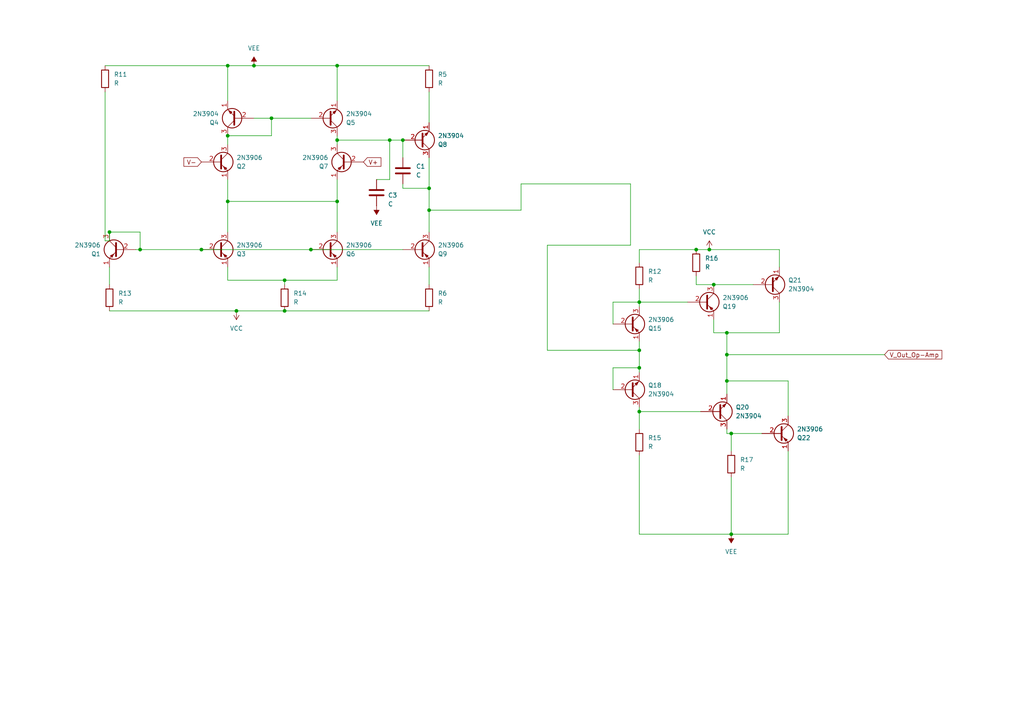
<source format=kicad_sch>
(kicad_sch
	(version 20250114)
	(generator "eeschema")
	(generator_version "9.0")
	(uuid "eed63b0f-427e-43a5-8eb2-a64b999ffa0d")
	(paper "A4")
	(lib_symbols
		(symbol "Device:C"
			(pin_numbers
				(hide yes)
			)
			(pin_names
				(offset 0.254)
			)
			(exclude_from_sim no)
			(in_bom yes)
			(on_board yes)
			(property "Reference" "C"
				(at 0.635 2.54 0)
				(effects
					(font
						(size 1.27 1.27)
					)
					(justify left)
				)
			)
			(property "Value" "C"
				(at 0.635 -2.54 0)
				(effects
					(font
						(size 1.27 1.27)
					)
					(justify left)
				)
			)
			(property "Footprint" ""
				(at 0.9652 -3.81 0)
				(effects
					(font
						(size 1.27 1.27)
					)
					(hide yes)
				)
			)
			(property "Datasheet" "~"
				(at 0 0 0)
				(effects
					(font
						(size 1.27 1.27)
					)
					(hide yes)
				)
			)
			(property "Description" "Unpolarized capacitor"
				(at 0 0 0)
				(effects
					(font
						(size 1.27 1.27)
					)
					(hide yes)
				)
			)
			(property "ki_keywords" "cap capacitor"
				(at 0 0 0)
				(effects
					(font
						(size 1.27 1.27)
					)
					(hide yes)
				)
			)
			(property "ki_fp_filters" "C_*"
				(at 0 0 0)
				(effects
					(font
						(size 1.27 1.27)
					)
					(hide yes)
				)
			)
			(symbol "C_0_1"
				(polyline
					(pts
						(xy -2.032 0.762) (xy 2.032 0.762)
					)
					(stroke
						(width 0.508)
						(type default)
					)
					(fill
						(type none)
					)
				)
				(polyline
					(pts
						(xy -2.032 -0.762) (xy 2.032 -0.762)
					)
					(stroke
						(width 0.508)
						(type default)
					)
					(fill
						(type none)
					)
				)
			)
			(symbol "C_1_1"
				(pin passive line
					(at 0 3.81 270)
					(length 2.794)
					(name "~"
						(effects
							(font
								(size 1.27 1.27)
							)
						)
					)
					(number "1"
						(effects
							(font
								(size 1.27 1.27)
							)
						)
					)
				)
				(pin passive line
					(at 0 -3.81 90)
					(length 2.794)
					(name "~"
						(effects
							(font
								(size 1.27 1.27)
							)
						)
					)
					(number "2"
						(effects
							(font
								(size 1.27 1.27)
							)
						)
					)
				)
			)
			(embedded_fonts no)
		)
		(symbol "Device:R"
			(pin_numbers
				(hide yes)
			)
			(pin_names
				(offset 0)
			)
			(exclude_from_sim no)
			(in_bom yes)
			(on_board yes)
			(property "Reference" "R"
				(at 2.032 0 90)
				(effects
					(font
						(size 1.27 1.27)
					)
				)
			)
			(property "Value" "R"
				(at 0 0 90)
				(effects
					(font
						(size 1.27 1.27)
					)
				)
			)
			(property "Footprint" ""
				(at -1.778 0 90)
				(effects
					(font
						(size 1.27 1.27)
					)
					(hide yes)
				)
			)
			(property "Datasheet" "~"
				(at 0 0 0)
				(effects
					(font
						(size 1.27 1.27)
					)
					(hide yes)
				)
			)
			(property "Description" "Resistor"
				(at 0 0 0)
				(effects
					(font
						(size 1.27 1.27)
					)
					(hide yes)
				)
			)
			(property "ki_keywords" "R res resistor"
				(at 0 0 0)
				(effects
					(font
						(size 1.27 1.27)
					)
					(hide yes)
				)
			)
			(property "ki_fp_filters" "R_*"
				(at 0 0 0)
				(effects
					(font
						(size 1.27 1.27)
					)
					(hide yes)
				)
			)
			(symbol "R_0_1"
				(rectangle
					(start -1.016 -2.54)
					(end 1.016 2.54)
					(stroke
						(width 0.254)
						(type default)
					)
					(fill
						(type none)
					)
				)
			)
			(symbol "R_1_1"
				(pin passive line
					(at 0 3.81 270)
					(length 1.27)
					(name "~"
						(effects
							(font
								(size 1.27 1.27)
							)
						)
					)
					(number "1"
						(effects
							(font
								(size 1.27 1.27)
							)
						)
					)
				)
				(pin passive line
					(at 0 -3.81 90)
					(length 1.27)
					(name "~"
						(effects
							(font
								(size 1.27 1.27)
							)
						)
					)
					(number "2"
						(effects
							(font
								(size 1.27 1.27)
							)
						)
					)
				)
			)
			(embedded_fonts no)
		)
		(symbol "Transistor_BJT:2N3904"
			(pin_names
				(offset 0)
				(hide yes)
			)
			(exclude_from_sim no)
			(in_bom yes)
			(on_board yes)
			(property "Reference" "Q"
				(at 5.08 1.905 0)
				(effects
					(font
						(size 1.27 1.27)
					)
					(justify left)
				)
			)
			(property "Value" "2N3904"
				(at 5.08 0 0)
				(effects
					(font
						(size 1.27 1.27)
					)
					(justify left)
				)
			)
			(property "Footprint" "Package_TO_SOT_THT:TO-92_Inline"
				(at 5.08 -1.905 0)
				(effects
					(font
						(size 1.27 1.27)
						(italic yes)
					)
					(justify left)
					(hide yes)
				)
			)
			(property "Datasheet" "https://www.onsemi.com/pub/Collateral/2N3903-D.PDF"
				(at 0 0 0)
				(effects
					(font
						(size 1.27 1.27)
					)
					(justify left)
					(hide yes)
				)
			)
			(property "Description" "0.2A Ic, 40V Vce, Small Signal NPN Transistor, TO-92"
				(at 0 0 0)
				(effects
					(font
						(size 1.27 1.27)
					)
					(hide yes)
				)
			)
			(property "ki_keywords" "NPN Transistor"
				(at 0 0 0)
				(effects
					(font
						(size 1.27 1.27)
					)
					(hide yes)
				)
			)
			(property "ki_fp_filters" "TO?92*"
				(at 0 0 0)
				(effects
					(font
						(size 1.27 1.27)
					)
					(hide yes)
				)
			)
			(symbol "2N3904_0_1"
				(polyline
					(pts
						(xy 0.635 1.905) (xy 0.635 -1.905) (xy 0.635 -1.905)
					)
					(stroke
						(width 0.508)
						(type default)
					)
					(fill
						(type none)
					)
				)
				(polyline
					(pts
						(xy 0.635 0.635) (xy 2.54 2.54)
					)
					(stroke
						(width 0)
						(type default)
					)
					(fill
						(type none)
					)
				)
				(polyline
					(pts
						(xy 0.635 -0.635) (xy 2.54 -2.54) (xy 2.54 -2.54)
					)
					(stroke
						(width 0)
						(type default)
					)
					(fill
						(type none)
					)
				)
				(circle
					(center 1.27 0)
					(radius 2.8194)
					(stroke
						(width 0.254)
						(type default)
					)
					(fill
						(type none)
					)
				)
				(polyline
					(pts
						(xy 1.27 -1.778) (xy 1.778 -1.27) (xy 2.286 -2.286) (xy 1.27 -1.778) (xy 1.27 -1.778)
					)
					(stroke
						(width 0)
						(type default)
					)
					(fill
						(type outline)
					)
				)
			)
			(symbol "2N3904_1_1"
				(pin passive line
					(at -5.08 0 0)
					(length 5.715)
					(name "B"
						(effects
							(font
								(size 1.27 1.27)
							)
						)
					)
					(number "2"
						(effects
							(font
								(size 1.27 1.27)
							)
						)
					)
				)
				(pin passive line
					(at 2.54 5.08 270)
					(length 2.54)
					(name "C"
						(effects
							(font
								(size 1.27 1.27)
							)
						)
					)
					(number "3"
						(effects
							(font
								(size 1.27 1.27)
							)
						)
					)
				)
				(pin passive line
					(at 2.54 -5.08 90)
					(length 2.54)
					(name "E"
						(effects
							(font
								(size 1.27 1.27)
							)
						)
					)
					(number "1"
						(effects
							(font
								(size 1.27 1.27)
							)
						)
					)
				)
			)
			(embedded_fonts no)
		)
		(symbol "Transistor_BJT:2N3906"
			(pin_names
				(offset 0)
				(hide yes)
			)
			(exclude_from_sim no)
			(in_bom yes)
			(on_board yes)
			(property "Reference" "Q"
				(at 5.08 1.905 0)
				(effects
					(font
						(size 1.27 1.27)
					)
					(justify left)
				)
			)
			(property "Value" "2N3906"
				(at 5.08 0 0)
				(effects
					(font
						(size 1.27 1.27)
					)
					(justify left)
				)
			)
			(property "Footprint" "Package_TO_SOT_THT:TO-92_Inline"
				(at 5.08 -1.905 0)
				(effects
					(font
						(size 1.27 1.27)
						(italic yes)
					)
					(justify left)
					(hide yes)
				)
			)
			(property "Datasheet" "https://www.onsemi.com/pub/Collateral/2N3906-D.PDF"
				(at 0 0 0)
				(effects
					(font
						(size 1.27 1.27)
					)
					(justify left)
					(hide yes)
				)
			)
			(property "Description" "-0.2A Ic, -40V Vce, Small Signal PNP Transistor, TO-92"
				(at 0 0 0)
				(effects
					(font
						(size 1.27 1.27)
					)
					(hide yes)
				)
			)
			(property "ki_keywords" "PNP Transistor"
				(at 0 0 0)
				(effects
					(font
						(size 1.27 1.27)
					)
					(hide yes)
				)
			)
			(property "ki_fp_filters" "TO?92*"
				(at 0 0 0)
				(effects
					(font
						(size 1.27 1.27)
					)
					(hide yes)
				)
			)
			(symbol "2N3906_0_1"
				(polyline
					(pts
						(xy 0.635 1.905) (xy 0.635 -1.905) (xy 0.635 -1.905)
					)
					(stroke
						(width 0.508)
						(type default)
					)
					(fill
						(type none)
					)
				)
				(polyline
					(pts
						(xy 0.635 0.635) (xy 2.54 2.54)
					)
					(stroke
						(width 0)
						(type default)
					)
					(fill
						(type none)
					)
				)
				(polyline
					(pts
						(xy 0.635 -0.635) (xy 2.54 -2.54) (xy 2.54 -2.54)
					)
					(stroke
						(width 0)
						(type default)
					)
					(fill
						(type none)
					)
				)
				(circle
					(center 1.27 0)
					(radius 2.8194)
					(stroke
						(width 0.254)
						(type default)
					)
					(fill
						(type none)
					)
				)
				(polyline
					(pts
						(xy 2.286 -1.778) (xy 1.778 -2.286) (xy 1.27 -1.27) (xy 2.286 -1.778) (xy 2.286 -1.778)
					)
					(stroke
						(width 0)
						(type default)
					)
					(fill
						(type outline)
					)
				)
			)
			(symbol "2N3906_1_1"
				(pin input line
					(at -5.08 0 0)
					(length 5.715)
					(name "B"
						(effects
							(font
								(size 1.27 1.27)
							)
						)
					)
					(number "2"
						(effects
							(font
								(size 1.27 1.27)
							)
						)
					)
				)
				(pin passive line
					(at 2.54 5.08 270)
					(length 2.54)
					(name "C"
						(effects
							(font
								(size 1.27 1.27)
							)
						)
					)
					(number "3"
						(effects
							(font
								(size 1.27 1.27)
							)
						)
					)
				)
				(pin passive line
					(at 2.54 -5.08 90)
					(length 2.54)
					(name "E"
						(effects
							(font
								(size 1.27 1.27)
							)
						)
					)
					(number "1"
						(effects
							(font
								(size 1.27 1.27)
							)
						)
					)
				)
			)
			(embedded_fonts no)
		)
		(symbol "power:VCC"
			(power)
			(pin_numbers
				(hide yes)
			)
			(pin_names
				(offset 0)
				(hide yes)
			)
			(exclude_from_sim no)
			(in_bom yes)
			(on_board yes)
			(property "Reference" "#PWR"
				(at 0 -3.81 0)
				(effects
					(font
						(size 1.27 1.27)
					)
					(hide yes)
				)
			)
			(property "Value" "VCC"
				(at 0 3.556 0)
				(effects
					(font
						(size 1.27 1.27)
					)
				)
			)
			(property "Footprint" ""
				(at 0 0 0)
				(effects
					(font
						(size 1.27 1.27)
					)
					(hide yes)
				)
			)
			(property "Datasheet" ""
				(at 0 0 0)
				(effects
					(font
						(size 1.27 1.27)
					)
					(hide yes)
				)
			)
			(property "Description" "Power symbol creates a global label with name \"VCC\""
				(at 0 0 0)
				(effects
					(font
						(size 1.27 1.27)
					)
					(hide yes)
				)
			)
			(property "ki_keywords" "global power"
				(at 0 0 0)
				(effects
					(font
						(size 1.27 1.27)
					)
					(hide yes)
				)
			)
			(symbol "VCC_0_1"
				(polyline
					(pts
						(xy -0.762 1.27) (xy 0 2.54)
					)
					(stroke
						(width 0)
						(type default)
					)
					(fill
						(type none)
					)
				)
				(polyline
					(pts
						(xy 0 2.54) (xy 0.762 1.27)
					)
					(stroke
						(width 0)
						(type default)
					)
					(fill
						(type none)
					)
				)
				(polyline
					(pts
						(xy 0 0) (xy 0 2.54)
					)
					(stroke
						(width 0)
						(type default)
					)
					(fill
						(type none)
					)
				)
			)
			(symbol "VCC_1_1"
				(pin power_in line
					(at 0 0 90)
					(length 0)
					(name "~"
						(effects
							(font
								(size 1.27 1.27)
							)
						)
					)
					(number "1"
						(effects
							(font
								(size 1.27 1.27)
							)
						)
					)
				)
			)
			(embedded_fonts no)
		)
		(symbol "power:VEE"
			(power)
			(pin_numbers
				(hide yes)
			)
			(pin_names
				(offset 0)
				(hide yes)
			)
			(exclude_from_sim no)
			(in_bom yes)
			(on_board yes)
			(property "Reference" "#PWR"
				(at 0 -3.81 0)
				(effects
					(font
						(size 1.27 1.27)
					)
					(hide yes)
				)
			)
			(property "Value" "VEE"
				(at 0 3.556 0)
				(effects
					(font
						(size 1.27 1.27)
					)
				)
			)
			(property "Footprint" ""
				(at 0 0 0)
				(effects
					(font
						(size 1.27 1.27)
					)
					(hide yes)
				)
			)
			(property "Datasheet" ""
				(at 0 0 0)
				(effects
					(font
						(size 1.27 1.27)
					)
					(hide yes)
				)
			)
			(property "Description" "Power symbol creates a global label with name \"VEE\""
				(at 0 0 0)
				(effects
					(font
						(size 1.27 1.27)
					)
					(hide yes)
				)
			)
			(property "ki_keywords" "global power"
				(at 0 0 0)
				(effects
					(font
						(size 1.27 1.27)
					)
					(hide yes)
				)
			)
			(symbol "VEE_0_1"
				(polyline
					(pts
						(xy 0 0) (xy 0 2.54)
					)
					(stroke
						(width 0)
						(type default)
					)
					(fill
						(type none)
					)
				)
				(polyline
					(pts
						(xy 0.762 1.27) (xy -0.762 1.27) (xy 0 2.54) (xy 0.762 1.27)
					)
					(stroke
						(width 0)
						(type default)
					)
					(fill
						(type outline)
					)
				)
			)
			(symbol "VEE_1_1"
				(pin power_in line
					(at 0 0 90)
					(length 0)
					(name "~"
						(effects
							(font
								(size 1.27 1.27)
							)
						)
					)
					(number "1"
						(effects
							(font
								(size 1.27 1.27)
							)
						)
					)
				)
			)
			(embedded_fonts no)
		)
	)
	(junction
		(at 78.74 34.29)
		(diameter 0)
		(color 0 0 0 0)
		(uuid "1105f2fc-9026-4e1d-818a-3c3a2d971fc6")
	)
	(junction
		(at 73.66 19.05)
		(diameter 0)
		(color 0 0 0 0)
		(uuid "1d6bdaeb-ae34-4603-8a8f-d19a1730eafb")
	)
	(junction
		(at 66.04 58.42)
		(diameter 0)
		(color 0 0 0 0)
		(uuid "220f2bf2-7ee8-4c15-b29b-d6c84f2d7130")
	)
	(junction
		(at 90.17 72.39)
		(diameter 0)
		(color 0 0 0 0)
		(uuid "2fd2f62e-8c8a-41be-8ba3-5bbe7ddc1054")
	)
	(junction
		(at 185.42 119.38)
		(diameter 0)
		(color 0 0 0 0)
		(uuid "39a00860-4ba4-4613-b7cb-710da323bb63")
	)
	(junction
		(at 82.55 90.17)
		(diameter 0)
		(color 0 0 0 0)
		(uuid "49220194-51df-4f8a-8e46-fb1892a98377")
	)
	(junction
		(at 31.75 67.31)
		(diameter 0)
		(color 0 0 0 0)
		(uuid "501e1088-e654-44a8-9f68-003aaac1dcbe")
	)
	(junction
		(at 58.42 72.39)
		(diameter 0)
		(color 0 0 0 0)
		(uuid "54ff9c9f-df00-45de-8eb5-97e10a229810")
	)
	(junction
		(at 66.04 19.05)
		(diameter 0)
		(color 0 0 0 0)
		(uuid "55b5ba0e-80d7-483b-99ca-dc7e675fce33")
	)
	(junction
		(at 124.46 54.61)
		(diameter 0)
		(color 0 0 0 0)
		(uuid "5a1bebbc-3609-4a17-9ae2-80a185a5cc8d")
	)
	(junction
		(at 207.01 82.55)
		(diameter 0)
		(color 0 0 0 0)
		(uuid "6069e179-565d-4a4f-8933-9672b65e928f")
	)
	(junction
		(at 66.04 39.37)
		(diameter 0)
		(color 0 0 0 0)
		(uuid "675a101f-7c19-4cda-961f-fa4e81e78ec7")
	)
	(junction
		(at 68.58 90.17)
		(diameter 0)
		(color 0 0 0 0)
		(uuid "69d6543e-60fd-400c-856b-194c95ef6ca2")
	)
	(junction
		(at 185.42 106.68)
		(diameter 0)
		(color 0 0 0 0)
		(uuid "6b52203d-81f9-4a2c-b060-9e76c7dd8bb0")
	)
	(junction
		(at 185.42 101.6)
		(diameter 0)
		(color 0 0 0 0)
		(uuid "6ebbcf0e-e435-419f-b954-788bba740282")
	)
	(junction
		(at 185.42 87.63)
		(diameter 0)
		(color 0 0 0 0)
		(uuid "73817bde-22f1-4e2d-9d38-7a356f01c027")
	)
	(junction
		(at 210.82 102.87)
		(diameter 0)
		(color 0 0 0 0)
		(uuid "742003d9-bc35-42f8-9f88-c54541313ebb")
	)
	(junction
		(at 97.79 19.05)
		(diameter 0)
		(color 0 0 0 0)
		(uuid "753d3376-f6ba-4c78-8b79-706079b3e4c3")
	)
	(junction
		(at 113.03 40.64)
		(diameter 0)
		(color 0 0 0 0)
		(uuid "770b8dc4-82ca-4ca8-a487-0e96939a4753")
	)
	(junction
		(at 210.82 96.52)
		(diameter 0)
		(color 0 0 0 0)
		(uuid "94ac7aab-e244-4246-ada3-260bb4f6056c")
	)
	(junction
		(at 116.84 40.64)
		(diameter 0)
		(color 0 0 0 0)
		(uuid "984d6712-c0ac-41f0-8e47-7a55a59fe2ec")
	)
	(junction
		(at 97.79 40.64)
		(diameter 0)
		(color 0 0 0 0)
		(uuid "9f05ebf9-d2e8-4cff-a954-d3d3702d5c1f")
	)
	(junction
		(at 97.79 58.42)
		(diameter 0)
		(color 0 0 0 0)
		(uuid "a30bc192-2bcd-4177-9f63-b2e9f818f858")
	)
	(junction
		(at 40.64 72.39)
		(diameter 0)
		(color 0 0 0 0)
		(uuid "c5617cb3-1129-4ea0-b2ea-411c8407f15c")
	)
	(junction
		(at 124.46 60.96)
		(diameter 0)
		(color 0 0 0 0)
		(uuid "cbb31734-5352-482d-b163-50f083c5511a")
	)
	(junction
		(at 201.93 72.39)
		(diameter 0)
		(color 0 0 0 0)
		(uuid "d8089980-8b74-4018-b3c9-952a4afb3320")
	)
	(junction
		(at 82.55 81.28)
		(diameter 0)
		(color 0 0 0 0)
		(uuid "dc3529c6-cb09-4719-ae73-5ed29f2d16b0")
	)
	(junction
		(at 210.82 110.49)
		(diameter 0)
		(color 0 0 0 0)
		(uuid "df59055a-4ae0-4c2d-8a17-f378dccdf9c6")
	)
	(junction
		(at 212.09 125.73)
		(diameter 0)
		(color 0 0 0 0)
		(uuid "f51cb71d-73c5-4fc4-a030-5e9853ccf540")
	)
	(junction
		(at 212.09 154.94)
		(diameter 0)
		(color 0 0 0 0)
		(uuid "f5b81907-2f7a-47fc-b146-d2033beb0117")
	)
	(junction
		(at 205.74 72.39)
		(diameter 0)
		(color 0 0 0 0)
		(uuid "fd679e39-ea27-499c-b471-f83dfe395848")
	)
	(wire
		(pts
			(xy 151.13 53.34) (xy 151.13 60.96)
		)
		(stroke
			(width 0)
			(type default)
		)
		(uuid "005a358f-8f69-4abc-839e-968da19887af")
	)
	(wire
		(pts
			(xy 185.42 83.82) (xy 185.42 87.63)
		)
		(stroke
			(width 0)
			(type default)
		)
		(uuid "04239e56-3e3b-408f-b433-a9df0f1bdcf0")
	)
	(wire
		(pts
			(xy 97.79 58.42) (xy 97.79 67.31)
		)
		(stroke
			(width 0)
			(type default)
		)
		(uuid "09ce2af2-ff4a-40df-a550-6850750ceba8")
	)
	(wire
		(pts
			(xy 97.79 19.05) (xy 97.79 29.21)
		)
		(stroke
			(width 0)
			(type default)
		)
		(uuid "0d2d92e0-3eb5-44ab-bbdc-18ae9d40a25c")
	)
	(wire
		(pts
			(xy 58.42 72.39) (xy 90.17 72.39)
		)
		(stroke
			(width 0)
			(type default)
		)
		(uuid "11f5ddc4-2724-4ad9-b898-f786937545b2")
	)
	(wire
		(pts
			(xy 185.42 72.39) (xy 185.42 76.2)
		)
		(stroke
			(width 0)
			(type default)
		)
		(uuid "15435af7-a271-454c-8377-f2a904902a2c")
	)
	(wire
		(pts
			(xy 116.84 53.34) (xy 116.84 54.61)
		)
		(stroke
			(width 0)
			(type default)
		)
		(uuid "16c26efc-5a94-41b5-87b5-8a3e31973707")
	)
	(wire
		(pts
			(xy 185.42 119.38) (xy 203.2 119.38)
		)
		(stroke
			(width 0)
			(type default)
		)
		(uuid "16f39230-673c-4484-bc7d-2d22f810da22")
	)
	(wire
		(pts
			(xy 97.79 81.28) (xy 97.79 77.47)
		)
		(stroke
			(width 0)
			(type default)
		)
		(uuid "1b641b11-2dbe-4057-a6d1-2e8026b0bb2c")
	)
	(wire
		(pts
			(xy 66.04 81.28) (xy 82.55 81.28)
		)
		(stroke
			(width 0)
			(type default)
		)
		(uuid "1c492cca-5b58-4bc5-8945-2d23e7f6142c")
	)
	(wire
		(pts
			(xy 124.46 26.67) (xy 124.46 35.56)
		)
		(stroke
			(width 0)
			(type default)
		)
		(uuid "1cf90091-33bb-49ff-8512-4c4cd226834f")
	)
	(wire
		(pts
			(xy 158.75 101.6) (xy 185.42 101.6)
		)
		(stroke
			(width 0)
			(type default)
		)
		(uuid "1ffa809d-db62-42a1-bf25-59db1de68dd8")
	)
	(wire
		(pts
			(xy 116.84 54.61) (xy 124.46 54.61)
		)
		(stroke
			(width 0)
			(type default)
		)
		(uuid "255b5bb5-225c-4bad-a165-4d1dcf48ea3e")
	)
	(wire
		(pts
			(xy 66.04 52.07) (xy 66.04 58.42)
		)
		(stroke
			(width 0)
			(type default)
		)
		(uuid "26685148-2c90-4957-8916-a69ec12aa739")
	)
	(wire
		(pts
			(xy 66.04 77.47) (xy 66.04 81.28)
		)
		(stroke
			(width 0)
			(type default)
		)
		(uuid "276ce0c6-cce3-4fde-9a25-38d35c131cba")
	)
	(wire
		(pts
			(xy 73.66 34.29) (xy 78.74 34.29)
		)
		(stroke
			(width 0)
			(type default)
		)
		(uuid "2ce3e18d-d272-4eee-8ad5-83e933d922c1")
	)
	(wire
		(pts
			(xy 185.42 101.6) (xy 185.42 106.68)
		)
		(stroke
			(width 0)
			(type default)
		)
		(uuid "2fee9773-da13-4c77-9b82-e815b4e94b2b")
	)
	(wire
		(pts
			(xy 31.75 90.17) (xy 68.58 90.17)
		)
		(stroke
			(width 0)
			(type default)
		)
		(uuid "314210a1-17a3-4894-9774-6f275b4ead5f")
	)
	(wire
		(pts
			(xy 66.04 58.42) (xy 66.04 67.31)
		)
		(stroke
			(width 0)
			(type default)
		)
		(uuid "3171dfa5-4c88-49c8-aef9-fd3726a59a58")
	)
	(wire
		(pts
			(xy 177.8 106.68) (xy 185.42 106.68)
		)
		(stroke
			(width 0)
			(type default)
		)
		(uuid "357d52d2-1e4a-479b-9926-9bb6620c1156")
	)
	(wire
		(pts
			(xy 182.88 71.12) (xy 158.75 71.12)
		)
		(stroke
			(width 0)
			(type default)
		)
		(uuid "35a62b04-0f44-4dcd-8bc0-7f02d9d0f57c")
	)
	(wire
		(pts
			(xy 212.09 138.43) (xy 212.09 154.94)
		)
		(stroke
			(width 0)
			(type default)
		)
		(uuid "35aecdb7-322e-4c5a-9356-c0b47a565964")
	)
	(wire
		(pts
			(xy 185.42 99.06) (xy 185.42 101.6)
		)
		(stroke
			(width 0)
			(type default)
		)
		(uuid "3946ea50-db3a-446e-8765-6d4d284de1eb")
	)
	(wire
		(pts
			(xy 207.01 92.71) (xy 207.01 96.52)
		)
		(stroke
			(width 0)
			(type default)
		)
		(uuid "3b841d83-0767-4fa9-907b-720f48f46c67")
	)
	(wire
		(pts
			(xy 177.8 113.03) (xy 177.8 106.68)
		)
		(stroke
			(width 0)
			(type default)
		)
		(uuid "3da56beb-7e10-4aaa-96e7-eb78a2b3360e")
	)
	(wire
		(pts
			(xy 68.58 90.17) (xy 82.55 90.17)
		)
		(stroke
			(width 0)
			(type default)
		)
		(uuid "3e0c3ab6-2b1f-45d8-8be3-e190799b3e45")
	)
	(wire
		(pts
			(xy 82.55 81.28) (xy 97.79 81.28)
		)
		(stroke
			(width 0)
			(type default)
		)
		(uuid "418fcef4-810c-48ce-95e5-1058d3ea1b17")
	)
	(wire
		(pts
			(xy 210.82 125.73) (xy 210.82 124.46)
		)
		(stroke
			(width 0)
			(type default)
		)
		(uuid "438b91ad-c454-4b5f-8b1b-49bafa2e695a")
	)
	(wire
		(pts
			(xy 210.82 102.87) (xy 210.82 110.49)
		)
		(stroke
			(width 0)
			(type default)
		)
		(uuid "440381d8-bc9d-44ba-b775-231339b36457")
	)
	(wire
		(pts
			(xy 158.75 71.12) (xy 158.75 101.6)
		)
		(stroke
			(width 0)
			(type default)
		)
		(uuid "4514a564-6357-411d-839a-6107dafe37d1")
	)
	(wire
		(pts
			(xy 66.04 19.05) (xy 66.04 29.21)
		)
		(stroke
			(width 0)
			(type default)
		)
		(uuid "4609616a-d740-40d7-9e60-9e2df345e7ee")
	)
	(wire
		(pts
			(xy 201.93 72.39) (xy 205.74 72.39)
		)
		(stroke
			(width 0)
			(type default)
		)
		(uuid "460f82f7-93c6-4888-a708-a2de4d2a5e1f")
	)
	(wire
		(pts
			(xy 185.42 72.39) (xy 201.93 72.39)
		)
		(stroke
			(width 0)
			(type default)
		)
		(uuid "50672172-3005-4d1a-80dd-8b6cb276b127")
	)
	(wire
		(pts
			(xy 66.04 19.05) (xy 73.66 19.05)
		)
		(stroke
			(width 0)
			(type default)
		)
		(uuid "53314ebf-49d9-46db-a749-2d343f8756e9")
	)
	(wire
		(pts
			(xy 31.75 67.31) (xy 40.64 67.31)
		)
		(stroke
			(width 0)
			(type default)
		)
		(uuid "57c71a9f-d7bd-41aa-be49-a13b0fd29718")
	)
	(wire
		(pts
			(xy 210.82 102.87) (xy 256.54 102.87)
		)
		(stroke
			(width 0)
			(type default)
		)
		(uuid "58c49faa-3f44-4a40-b579-62eddb8cef63")
	)
	(wire
		(pts
			(xy 30.48 69.85) (xy 31.75 69.85)
		)
		(stroke
			(width 0)
			(type default)
		)
		(uuid "595ad462-cb02-46f4-a9fa-36e0f636386c")
	)
	(wire
		(pts
			(xy 40.64 67.31) (xy 40.64 72.39)
		)
		(stroke
			(width 0)
			(type default)
		)
		(uuid "59754750-3c5b-4ffc-8004-aec13eab3c4a")
	)
	(wire
		(pts
			(xy 97.79 39.37) (xy 97.79 40.64)
		)
		(stroke
			(width 0)
			(type default)
		)
		(uuid "5ae4d59b-23d7-4c82-ad2f-07ed9159e1d9")
	)
	(wire
		(pts
			(xy 201.93 80.01) (xy 201.93 82.55)
		)
		(stroke
			(width 0)
			(type default)
		)
		(uuid "5d9a5e9e-9d29-4873-b961-e087610e11bd")
	)
	(wire
		(pts
			(xy 124.46 60.96) (xy 124.46 67.31)
		)
		(stroke
			(width 0)
			(type default)
		)
		(uuid "62e7c62e-921e-4217-b56b-329780a12414")
	)
	(wire
		(pts
			(xy 185.42 119.38) (xy 185.42 124.46)
		)
		(stroke
			(width 0)
			(type default)
		)
		(uuid "65b56955-e9ab-4bb9-8629-e73cb8fcb555")
	)
	(wire
		(pts
			(xy 124.46 77.47) (xy 124.46 82.55)
		)
		(stroke
			(width 0)
			(type default)
		)
		(uuid "6623d7e2-b82c-43a3-90f3-9fec9f60ced0")
	)
	(wire
		(pts
			(xy 97.79 19.05) (xy 124.46 19.05)
		)
		(stroke
			(width 0)
			(type default)
		)
		(uuid "691196f5-1a82-4a6d-9700-40e6a8732832")
	)
	(wire
		(pts
			(xy 210.82 96.52) (xy 226.06 96.52)
		)
		(stroke
			(width 0)
			(type default)
		)
		(uuid "696567ac-1e01-4bc7-995f-4844099c909d")
	)
	(wire
		(pts
			(xy 212.09 125.73) (xy 210.82 125.73)
		)
		(stroke
			(width 0)
			(type default)
		)
		(uuid "69681836-70f2-4f7b-8222-f2d31c1b1f80")
	)
	(wire
		(pts
			(xy 226.06 72.39) (xy 226.06 77.47)
		)
		(stroke
			(width 0)
			(type default)
		)
		(uuid "6ad716cf-eeaa-4c08-a9a0-11a8d174ace8")
	)
	(wire
		(pts
			(xy 82.55 90.17) (xy 124.46 90.17)
		)
		(stroke
			(width 0)
			(type default)
		)
		(uuid "7c4b99ca-1fc1-4fb8-bc23-3513e158fca8")
	)
	(wire
		(pts
			(xy 177.8 87.63) (xy 185.42 87.63)
		)
		(stroke
			(width 0)
			(type default)
		)
		(uuid "7ca24b87-bbcf-46fb-84b8-ca6946d2da37")
	)
	(wire
		(pts
			(xy 30.48 26.67) (xy 30.48 69.85)
		)
		(stroke
			(width 0)
			(type default)
		)
		(uuid "7ffa0a9c-7b4e-48bb-8116-cc5b8a5b890c")
	)
	(wire
		(pts
			(xy 185.42 118.11) (xy 185.42 119.38)
		)
		(stroke
			(width 0)
			(type default)
		)
		(uuid "8250e1a9-d0d3-488a-bcf1-1c69061de48b")
	)
	(wire
		(pts
			(xy 40.64 72.39) (xy 58.42 72.39)
		)
		(stroke
			(width 0)
			(type default)
		)
		(uuid "837c480e-e2a0-4244-a77b-086aceed2128")
	)
	(wire
		(pts
			(xy 97.79 58.42) (xy 97.79 52.07)
		)
		(stroke
			(width 0)
			(type default)
		)
		(uuid "8717b920-417d-446c-be53-a90a7894101a")
	)
	(wire
		(pts
			(xy 228.6 120.65) (xy 228.6 110.49)
		)
		(stroke
			(width 0)
			(type default)
		)
		(uuid "8c9c76e1-7762-4086-b0d3-c188b0d13b7e")
	)
	(wire
		(pts
			(xy 82.55 81.28) (xy 82.55 82.55)
		)
		(stroke
			(width 0)
			(type default)
		)
		(uuid "8fd87de1-b64a-4942-98e9-66e346c9b7c7")
	)
	(wire
		(pts
			(xy 226.06 96.52) (xy 226.06 87.63)
		)
		(stroke
			(width 0)
			(type default)
		)
		(uuid "92de8baa-0bb5-4525-ae92-26d068a5ada1")
	)
	(wire
		(pts
			(xy 78.74 39.37) (xy 78.74 34.29)
		)
		(stroke
			(width 0)
			(type default)
		)
		(uuid "95be2869-e73d-495c-9250-d1b577fa648f")
	)
	(wire
		(pts
			(xy 113.03 40.64) (xy 116.84 40.64)
		)
		(stroke
			(width 0)
			(type default)
		)
		(uuid "9a1c3b7c-b598-4085-90fd-556598f86ad5")
	)
	(wire
		(pts
			(xy 113.03 52.07) (xy 113.03 40.64)
		)
		(stroke
			(width 0)
			(type default)
		)
		(uuid "9b1600ac-cd41-4071-8074-08e4cd95a722")
	)
	(wire
		(pts
			(xy 124.46 54.61) (xy 124.46 60.96)
		)
		(stroke
			(width 0)
			(type default)
		)
		(uuid "9b604854-9476-4176-aa1f-c49dbe4d67cb")
	)
	(wire
		(pts
			(xy 151.13 60.96) (xy 124.46 60.96)
		)
		(stroke
			(width 0)
			(type default)
		)
		(uuid "9b732f7a-0fc6-4a8b-bb49-481cc10cbacf")
	)
	(wire
		(pts
			(xy 177.8 93.98) (xy 177.8 87.63)
		)
		(stroke
			(width 0)
			(type default)
		)
		(uuid "9cfb9657-7467-4c40-80a1-b4dfa5d2df7e")
	)
	(wire
		(pts
			(xy 66.04 58.42) (xy 97.79 58.42)
		)
		(stroke
			(width 0)
			(type default)
		)
		(uuid "a8289ff8-0951-40c4-be89-0e80c869c81b")
	)
	(wire
		(pts
			(xy 124.46 45.72) (xy 124.46 54.61)
		)
		(stroke
			(width 0)
			(type default)
		)
		(uuid "abc2e06a-ea6b-4130-b9ee-460ecced3f0b")
	)
	(wire
		(pts
			(xy 31.75 69.85) (xy 31.75 67.31)
		)
		(stroke
			(width 0)
			(type default)
		)
		(uuid "acb73dc4-5753-49cb-87a1-ab2435097e44")
	)
	(wire
		(pts
			(xy 73.66 19.05) (xy 97.79 19.05)
		)
		(stroke
			(width 0)
			(type default)
		)
		(uuid "b7474182-c564-427f-8384-e4b96d4fda39")
	)
	(wire
		(pts
			(xy 185.42 87.63) (xy 185.42 88.9)
		)
		(stroke
			(width 0)
			(type default)
		)
		(uuid "be65d609-a795-473b-ba2c-41d844d87277")
	)
	(wire
		(pts
			(xy 185.42 87.63) (xy 199.39 87.63)
		)
		(stroke
			(width 0)
			(type default)
		)
		(uuid "c33712aa-5aa0-4e38-9f6f-9f2238205d17")
	)
	(wire
		(pts
			(xy 30.48 19.05) (xy 66.04 19.05)
		)
		(stroke
			(width 0)
			(type default)
		)
		(uuid "c37c4947-54ea-4d3a-a8f6-927b9ce232e1")
	)
	(wire
		(pts
			(xy 201.93 82.55) (xy 207.01 82.55)
		)
		(stroke
			(width 0)
			(type default)
		)
		(uuid "cad4c265-fdca-4b8c-bade-581b27818873")
	)
	(wire
		(pts
			(xy 78.74 34.29) (xy 90.17 34.29)
		)
		(stroke
			(width 0)
			(type default)
		)
		(uuid "cbbb6d6e-2494-451c-ac45-2f21900b2c4e")
	)
	(wire
		(pts
			(xy 66.04 39.37) (xy 78.74 39.37)
		)
		(stroke
			(width 0)
			(type default)
		)
		(uuid "cd01d41f-055b-4d37-aa7f-2c91748124e4")
	)
	(wire
		(pts
			(xy 212.09 125.73) (xy 212.09 130.81)
		)
		(stroke
			(width 0)
			(type default)
		)
		(uuid "ce69f5e7-8564-45e1-a9e4-23882cf6b914")
	)
	(wire
		(pts
			(xy 182.88 53.34) (xy 182.88 71.12)
		)
		(stroke
			(width 0)
			(type default)
		)
		(uuid "d0bd1608-c7ba-4b63-bf70-73b8e85e2159")
	)
	(wire
		(pts
			(xy 31.75 77.47) (xy 31.75 82.55)
		)
		(stroke
			(width 0)
			(type default)
		)
		(uuid "d0e45710-f053-4999-a822-8fb088a7bb20")
	)
	(wire
		(pts
			(xy 97.79 40.64) (xy 113.03 40.64)
		)
		(stroke
			(width 0)
			(type default)
		)
		(uuid "d603cef4-a767-4884-aee7-a6363a675ede")
	)
	(wire
		(pts
			(xy 90.17 72.39) (xy 116.84 72.39)
		)
		(stroke
			(width 0)
			(type default)
		)
		(uuid "d7818efb-0dcf-4cee-818f-299f58da4bbf")
	)
	(wire
		(pts
			(xy 116.84 40.64) (xy 116.84 45.72)
		)
		(stroke
			(width 0)
			(type default)
		)
		(uuid "db070274-ad74-48e9-aa60-e964ee3d644b")
	)
	(wire
		(pts
			(xy 207.01 96.52) (xy 210.82 96.52)
		)
		(stroke
			(width 0)
			(type default)
		)
		(uuid "dcde1869-0103-49e9-800b-858fc0c3f97c")
	)
	(wire
		(pts
			(xy 185.42 106.68) (xy 185.42 107.95)
		)
		(stroke
			(width 0)
			(type default)
		)
		(uuid "ddbf5176-3afe-4f18-9069-51644c5cef63")
	)
	(wire
		(pts
			(xy 205.74 72.39) (xy 226.06 72.39)
		)
		(stroke
			(width 0)
			(type default)
		)
		(uuid "df2b1a3c-a99b-4a25-b372-b3d5bdba98da")
	)
	(wire
		(pts
			(xy 207.01 82.55) (xy 218.44 82.55)
		)
		(stroke
			(width 0)
			(type default)
		)
		(uuid "e03a8eef-e3a1-4e32-956f-9f3344663754")
	)
	(wire
		(pts
			(xy 212.09 154.94) (xy 228.6 154.94)
		)
		(stroke
			(width 0)
			(type default)
		)
		(uuid "e426aff9-b893-4da2-ab8a-c244c9977aea")
	)
	(wire
		(pts
			(xy 185.42 154.94) (xy 212.09 154.94)
		)
		(stroke
			(width 0)
			(type default)
		)
		(uuid "eb25002c-6067-4ba2-91b2-bc937f90f3d2")
	)
	(wire
		(pts
			(xy 97.79 40.64) (xy 97.79 41.91)
		)
		(stroke
			(width 0)
			(type default)
		)
		(uuid "ec89088b-67d0-4129-aaf7-2ed2ecc60003")
	)
	(wire
		(pts
			(xy 109.22 52.07) (xy 113.03 52.07)
		)
		(stroke
			(width 0)
			(type default)
		)
		(uuid "eeacac68-db00-4a43-82cc-369451ace7d9")
	)
	(wire
		(pts
			(xy 210.82 96.52) (xy 210.82 102.87)
		)
		(stroke
			(width 0)
			(type default)
		)
		(uuid "eff8cba6-313c-4548-8bbd-e26f213bbe03")
	)
	(wire
		(pts
			(xy 185.42 154.94) (xy 185.42 132.08)
		)
		(stroke
			(width 0)
			(type default)
		)
		(uuid "effd694e-1438-44ac-97e2-464d17fd1884")
	)
	(wire
		(pts
			(xy 220.98 125.73) (xy 212.09 125.73)
		)
		(stroke
			(width 0)
			(type default)
		)
		(uuid "f02cedef-d471-463a-9d12-be1221fe3754")
	)
	(wire
		(pts
			(xy 66.04 39.37) (xy 66.04 41.91)
		)
		(stroke
			(width 0)
			(type default)
		)
		(uuid "f0f7e803-d7ec-4f4d-a931-91af62a455d3")
	)
	(wire
		(pts
			(xy 39.37 72.39) (xy 40.64 72.39)
		)
		(stroke
			(width 0)
			(type default)
		)
		(uuid "f28fb38f-33f3-42d7-9b30-0eb5a584a008")
	)
	(wire
		(pts
			(xy 210.82 110.49) (xy 210.82 114.3)
		)
		(stroke
			(width 0)
			(type default)
		)
		(uuid "f8c0308a-9e9a-405b-a0e8-efaa82926ca0")
	)
	(wire
		(pts
			(xy 228.6 130.81) (xy 228.6 154.94)
		)
		(stroke
			(width 0)
			(type default)
		)
		(uuid "fe956248-28a2-4607-b192-8fdff10d6c72")
	)
	(wire
		(pts
			(xy 151.13 53.34) (xy 182.88 53.34)
		)
		(stroke
			(width 0)
			(type default)
		)
		(uuid "feb195b4-3e43-4185-8a1c-f8fea652b5aa")
	)
	(wire
		(pts
			(xy 228.6 110.49) (xy 210.82 110.49)
		)
		(stroke
			(width 0)
			(type default)
		)
		(uuid "ffc5b03f-1e87-4aa8-bf52-62f239202c3d")
	)
	(global_label "V+"
		(shape input)
		(at 105.41 46.99 0)
		(fields_autoplaced yes)
		(effects
			(font
				(size 1.27 1.27)
			)
			(justify left)
		)
		(uuid "2cd3a4d6-87af-4ead-8d74-dbe75ad9b0da")
		(property "Intersheetrefs" "${INTERSHEET_REFS}"
			(at 111.0562 46.99 0)
			(effects
				(font
					(size 1.27 1.27)
				)
				(justify left)
				(hide yes)
			)
		)
	)
	(global_label "V-"
		(shape input)
		(at 58.42 46.99 180)
		(fields_autoplaced yes)
		(effects
			(font
				(size 1.27 1.27)
			)
			(justify right)
		)
		(uuid "3012c776-323a-4612-a5d6-da71903bbb63")
		(property "Intersheetrefs" "${INTERSHEET_REFS}"
			(at 52.7738 46.99 0)
			(effects
				(font
					(size 1.27 1.27)
				)
				(justify right)
				(hide yes)
			)
		)
	)
	(global_label "V_Out_Op-Amp"
		(shape input)
		(at 256.54 102.87 0)
		(fields_autoplaced yes)
		(effects
			(font
				(size 1.27 1.27)
			)
			(justify left)
		)
		(uuid "9641d40a-4a78-47d9-8ff4-736a516c21a5")
		(property "Intersheetrefs" "${INTERSHEET_REFS}"
			(at 273.737 102.87 0)
			(effects
				(font
					(size 1.27 1.27)
				)
				(justify left)
				(hide yes)
			)
		)
	)
	(symbol
		(lib_id "Transistor_BJT:2N3904")
		(at 208.28 119.38 0)
		(mirror x)
		(unit 1)
		(exclude_from_sim no)
		(in_bom yes)
		(on_board yes)
		(dnp no)
		(uuid "0349a9a8-9e90-4e0a-92e8-0648af7fb315")
		(property "Reference" "Q20"
			(at 213.36 118.1099 0)
			(effects
				(font
					(size 1.27 1.27)
				)
				(justify left)
			)
		)
		(property "Value" "2N3904"
			(at 213.36 120.6499 0)
			(effects
				(font
					(size 1.27 1.27)
				)
				(justify left)
			)
		)
		(property "Footprint" "Package_TO_SOT_THT:TO-92_Inline"
			(at 213.36 117.475 0)
			(effects
				(font
					(size 1.27 1.27)
					(italic yes)
				)
				(justify left)
				(hide yes)
			)
		)
		(property "Datasheet" "https://www.onsemi.com/pub/Collateral/2N3903-D.PDF"
			(at 208.28 119.38 0)
			(effects
				(font
					(size 1.27 1.27)
				)
				(justify left)
				(hide yes)
			)
		)
		(property "Description" "0.2A Ic, 40V Vce, Small Signal NPN Transistor, TO-92"
			(at 208.28 119.38 0)
			(effects
				(font
					(size 1.27 1.27)
				)
				(hide yes)
			)
		)
		(pin "2"
			(uuid "41949e56-0566-40c7-b29b-2cc7223456b0")
		)
		(pin "3"
			(uuid "eec876d8-3bbd-4176-b5a9-9fe96192d3b7")
		)
		(pin "1"
			(uuid "598452e1-67cc-453a-b3a1-c92cb390d1da")
		)
		(instances
			(project "ECE 3660 Design Project"
				(path "/ae7489fb-4acd-4c47-9498-30070a4fb91b/d35e8965-c723-4eb0-9f76-96e1d82904a7"
					(reference "Q20")
					(unit 1)
				)
			)
		)
	)
	(symbol
		(lib_id "Device:R")
		(at 30.48 22.86 0)
		(unit 1)
		(exclude_from_sim no)
		(in_bom yes)
		(on_board yes)
		(dnp no)
		(fields_autoplaced yes)
		(uuid "03d1c32e-a2de-402d-8678-4fae2b298014")
		(property "Reference" "R11"
			(at 33.02 21.5899 0)
			(effects
				(font
					(size 1.27 1.27)
				)
				(justify left)
			)
		)
		(property "Value" "R"
			(at 33.02 24.1299 0)
			(effects
				(font
					(size 1.27 1.27)
				)
				(justify left)
			)
		)
		(property "Footprint" "Resistor:YAG_MF25_YAG"
			(at 28.702 22.86 90)
			(effects
				(font
					(size 1.27 1.27)
				)
				(hide yes)
			)
		)
		(property "Datasheet" "~"
			(at 30.48 22.86 0)
			(effects
				(font
					(size 1.27 1.27)
				)
				(hide yes)
			)
		)
		(property "Description" "Resistor"
			(at 30.48 22.86 0)
			(effects
				(font
					(size 1.27 1.27)
				)
				(hide yes)
			)
		)
		(pin "2"
			(uuid "4ee4539f-9e3d-4b58-aa10-9f0e45542cae")
		)
		(pin "1"
			(uuid "9006d1e6-0cac-4b52-a1c3-0850ab2c77a2")
		)
		(instances
			(project "ECE 3660 Design Project"
				(path "/ae7489fb-4acd-4c47-9498-30070a4fb91b/d35e8965-c723-4eb0-9f76-96e1d82904a7"
					(reference "R11")
					(unit 1)
				)
			)
		)
	)
	(symbol
		(lib_id "Transistor_BJT:2N3906")
		(at 182.88 93.98 0)
		(unit 1)
		(exclude_from_sim no)
		(in_bom yes)
		(on_board yes)
		(dnp no)
		(uuid "09d526e0-3bf1-4f62-b3d1-b5c6a3fa0f90")
		(property "Reference" "Q15"
			(at 187.96 95.2501 0)
			(effects
				(font
					(size 1.27 1.27)
				)
				(justify left)
			)
		)
		(property "Value" "2N3906"
			(at 187.96 92.7101 0)
			(effects
				(font
					(size 1.27 1.27)
				)
				(justify left)
			)
		)
		(property "Footprint" "Package_TO_SOT_THT:TO-92_Inline"
			(at 187.96 95.885 0)
			(effects
				(font
					(size 1.27 1.27)
					(italic yes)
				)
				(justify left)
				(hide yes)
			)
		)
		(property "Datasheet" "https://www.onsemi.com/pub/Collateral/2N3906-D.PDF"
			(at 182.88 93.98 0)
			(effects
				(font
					(size 1.27 1.27)
				)
				(justify left)
				(hide yes)
			)
		)
		(property "Description" "-0.2A Ic, -40V Vce, Small Signal PNP Transistor, TO-92"
			(at 182.88 93.98 0)
			(effects
				(font
					(size 1.27 1.27)
				)
				(hide yes)
			)
		)
		(pin "1"
			(uuid "a1fdbd92-fc72-4e01-97b5-10bbddec6cbb")
		)
		(pin "2"
			(uuid "f6117759-82eb-472a-8740-916a9ba87dda")
		)
		(pin "3"
			(uuid "f0b16272-bad3-47ac-89da-b928889349b8")
		)
		(instances
			(project "ECE 3660 Design Project"
				(path "/ae7489fb-4acd-4c47-9498-30070a4fb91b/d35e8965-c723-4eb0-9f76-96e1d82904a7"
					(reference "Q15")
					(unit 1)
				)
			)
		)
	)
	(symbol
		(lib_id "Device:R")
		(at 82.55 86.36 0)
		(unit 1)
		(exclude_from_sim no)
		(in_bom yes)
		(on_board yes)
		(dnp no)
		(fields_autoplaced yes)
		(uuid "28a38e0c-9780-4a4d-aaf0-07df4b07e778")
		(property "Reference" "R14"
			(at 85.09 85.0899 0)
			(effects
				(font
					(size 1.27 1.27)
				)
				(justify left)
			)
		)
		(property "Value" "R"
			(at 85.09 87.6299 0)
			(effects
				(font
					(size 1.27 1.27)
				)
				(justify left)
			)
		)
		(property "Footprint" "Resistor:YAG_MF25_YAG"
			(at 80.772 86.36 90)
			(effects
				(font
					(size 1.27 1.27)
				)
				(hide yes)
			)
		)
		(property "Datasheet" "~"
			(at 82.55 86.36 0)
			(effects
				(font
					(size 1.27 1.27)
				)
				(hide yes)
			)
		)
		(property "Description" "Resistor"
			(at 82.55 86.36 0)
			(effects
				(font
					(size 1.27 1.27)
				)
				(hide yes)
			)
		)
		(pin "2"
			(uuid "663dd051-722b-4eb0-b345-37f21c2ac295")
		)
		(pin "1"
			(uuid "0665dd0d-2edd-4683-af3d-d1eee4786c11")
		)
		(instances
			(project "ECE 3660 Design Project"
				(path "/ae7489fb-4acd-4c47-9498-30070a4fb91b/d35e8965-c723-4eb0-9f76-96e1d82904a7"
					(reference "R14")
					(unit 1)
				)
			)
		)
	)
	(symbol
		(lib_id "Device:R")
		(at 212.09 134.62 0)
		(unit 1)
		(exclude_from_sim no)
		(in_bom yes)
		(on_board yes)
		(dnp no)
		(fields_autoplaced yes)
		(uuid "2c825a41-f57f-4981-a4f4-ddf14cea7dfc")
		(property "Reference" "R17"
			(at 214.63 133.3499 0)
			(effects
				(font
					(size 1.27 1.27)
				)
				(justify left)
			)
		)
		(property "Value" "R"
			(at 214.63 135.8899 0)
			(effects
				(font
					(size 1.27 1.27)
				)
				(justify left)
			)
		)
		(property "Footprint" "Resistor:YAG_MF25_YAG"
			(at 210.312 134.62 90)
			(effects
				(font
					(size 1.27 1.27)
				)
				(hide yes)
			)
		)
		(property "Datasheet" "~"
			(at 212.09 134.62 0)
			(effects
				(font
					(size 1.27 1.27)
				)
				(hide yes)
			)
		)
		(property "Description" "Resistor"
			(at 212.09 134.62 0)
			(effects
				(font
					(size 1.27 1.27)
				)
				(hide yes)
			)
		)
		(pin "2"
			(uuid "1e9ef8d3-36dc-4bef-bdea-f76d99faa8bb")
		)
		(pin "1"
			(uuid "b0fab3e7-31e0-4e8a-9e0b-3358a2678bea")
		)
		(instances
			(project "ECE 3660 Design Project"
				(path "/ae7489fb-4acd-4c47-9498-30070a4fb91b/d35e8965-c723-4eb0-9f76-96e1d82904a7"
					(reference "R17")
					(unit 1)
				)
			)
		)
	)
	(symbol
		(lib_id "Transistor_BJT:2N3906")
		(at 226.06 125.73 0)
		(unit 1)
		(exclude_from_sim no)
		(in_bom yes)
		(on_board yes)
		(dnp no)
		(uuid "2d1a9ae4-0ac9-4bbd-8d3f-04a86638de4c")
		(property "Reference" "Q22"
			(at 231.14 127.0001 0)
			(effects
				(font
					(size 1.27 1.27)
				)
				(justify left)
			)
		)
		(property "Value" "2N3906"
			(at 231.14 124.4601 0)
			(effects
				(font
					(size 1.27 1.27)
				)
				(justify left)
			)
		)
		(property "Footprint" "Package_TO_SOT_THT:TO-92_Inline"
			(at 231.14 127.635 0)
			(effects
				(font
					(size 1.27 1.27)
					(italic yes)
				)
				(justify left)
				(hide yes)
			)
		)
		(property "Datasheet" "https://www.onsemi.com/pub/Collateral/2N3906-D.PDF"
			(at 226.06 125.73 0)
			(effects
				(font
					(size 1.27 1.27)
				)
				(justify left)
				(hide yes)
			)
		)
		(property "Description" "-0.2A Ic, -40V Vce, Small Signal PNP Transistor, TO-92"
			(at 226.06 125.73 0)
			(effects
				(font
					(size 1.27 1.27)
				)
				(hide yes)
			)
		)
		(pin "1"
			(uuid "e92f7f83-d500-47cc-9769-bf6da48c2b1c")
		)
		(pin "2"
			(uuid "b81f8de0-61c0-436f-aeb8-fdf88d9daccf")
		)
		(pin "3"
			(uuid "f393bb00-ce74-493b-a6bc-9201aa3203b0")
		)
		(instances
			(project "ECE 3660 Design Project"
				(path "/ae7489fb-4acd-4c47-9498-30070a4fb91b/d35e8965-c723-4eb0-9f76-96e1d82904a7"
					(reference "Q22")
					(unit 1)
				)
			)
		)
	)
	(symbol
		(lib_id "Transistor_BJT:2N3904")
		(at 182.88 113.03 0)
		(mirror x)
		(unit 1)
		(exclude_from_sim no)
		(in_bom yes)
		(on_board yes)
		(dnp no)
		(uuid "3514284c-47ed-40a2-b315-f03069dfbd33")
		(property "Reference" "Q18"
			(at 187.96 111.7599 0)
			(effects
				(font
					(size 1.27 1.27)
				)
				(justify left)
			)
		)
		(property "Value" "2N3904"
			(at 187.96 114.2999 0)
			(effects
				(font
					(size 1.27 1.27)
				)
				(justify left)
			)
		)
		(property "Footprint" "Package_TO_SOT_THT:TO-92_Inline"
			(at 187.96 111.125 0)
			(effects
				(font
					(size 1.27 1.27)
					(italic yes)
				)
				(justify left)
				(hide yes)
			)
		)
		(property "Datasheet" "https://www.onsemi.com/pub/Collateral/2N3903-D.PDF"
			(at 182.88 113.03 0)
			(effects
				(font
					(size 1.27 1.27)
				)
				(justify left)
				(hide yes)
			)
		)
		(property "Description" "0.2A Ic, 40V Vce, Small Signal NPN Transistor, TO-92"
			(at 182.88 113.03 0)
			(effects
				(font
					(size 1.27 1.27)
				)
				(hide yes)
			)
		)
		(pin "2"
			(uuid "fce7ce94-41b9-4868-bc32-72da06ad3a5f")
		)
		(pin "3"
			(uuid "441374fa-35b4-40cc-8016-51659e66bae1")
		)
		(pin "1"
			(uuid "e27d04c2-ef1d-470f-a8cb-665439933109")
		)
		(instances
			(project "ECE 3660 Design Project"
				(path "/ae7489fb-4acd-4c47-9498-30070a4fb91b/d35e8965-c723-4eb0-9f76-96e1d82904a7"
					(reference "Q18")
					(unit 1)
				)
			)
		)
	)
	(symbol
		(lib_id "power:VCC")
		(at 205.74 72.39 0)
		(unit 1)
		(exclude_from_sim no)
		(in_bom yes)
		(on_board yes)
		(dnp no)
		(fields_autoplaced yes)
		(uuid "415902d8-d740-459d-b90f-a93c7628d02b")
		(property "Reference" "#PWR012"
			(at 205.74 76.2 0)
			(effects
				(font
					(size 1.27 1.27)
				)
				(hide yes)
			)
		)
		(property "Value" "VCC"
			(at 205.74 67.31 0)
			(effects
				(font
					(size 1.27 1.27)
				)
			)
		)
		(property "Footprint" ""
			(at 205.74 72.39 0)
			(effects
				(font
					(size 1.27 1.27)
				)
				(hide yes)
			)
		)
		(property "Datasheet" ""
			(at 205.74 72.39 0)
			(effects
				(font
					(size 1.27 1.27)
				)
				(hide yes)
			)
		)
		(property "Description" "Power symbol creates a global label with name \"VCC\""
			(at 205.74 72.39 0)
			(effects
				(font
					(size 1.27 1.27)
				)
				(hide yes)
			)
		)
		(pin "1"
			(uuid "d513d34d-1043-4194-860f-70b09e0d4a4b")
		)
		(instances
			(project "ECE 3660 Design Project"
				(path "/ae7489fb-4acd-4c47-9498-30070a4fb91b/d35e8965-c723-4eb0-9f76-96e1d82904a7"
					(reference "#PWR012")
					(unit 1)
				)
			)
		)
	)
	(symbol
		(lib_id "Device:R")
		(at 185.42 80.01 0)
		(unit 1)
		(exclude_from_sim no)
		(in_bom yes)
		(on_board yes)
		(dnp no)
		(fields_autoplaced yes)
		(uuid "61656f57-7235-457d-a6c7-7a7bbe2b3ede")
		(property "Reference" "R12"
			(at 187.96 78.7399 0)
			(effects
				(font
					(size 1.27 1.27)
				)
				(justify left)
			)
		)
		(property "Value" "R"
			(at 187.96 81.2799 0)
			(effects
				(font
					(size 1.27 1.27)
				)
				(justify left)
			)
		)
		(property "Footprint" "Resistor:YAG_MF25_YAG"
			(at 183.642 80.01 90)
			(effects
				(font
					(size 1.27 1.27)
				)
				(hide yes)
			)
		)
		(property "Datasheet" "~"
			(at 185.42 80.01 0)
			(effects
				(font
					(size 1.27 1.27)
				)
				(hide yes)
			)
		)
		(property "Description" "Resistor"
			(at 185.42 80.01 0)
			(effects
				(font
					(size 1.27 1.27)
				)
				(hide yes)
			)
		)
		(pin "2"
			(uuid "ac0404e3-3384-46b9-8bb3-854064ed6fb2")
		)
		(pin "1"
			(uuid "193022a8-4d8c-4a19-9fa6-620f444e99d9")
		)
		(instances
			(project "ECE 3660 Design Project"
				(path "/ae7489fb-4acd-4c47-9498-30070a4fb91b/d35e8965-c723-4eb0-9f76-96e1d82904a7"
					(reference "R12")
					(unit 1)
				)
			)
		)
	)
	(symbol
		(lib_id "Device:R")
		(at 124.46 86.36 0)
		(unit 1)
		(exclude_from_sim no)
		(in_bom yes)
		(on_board yes)
		(dnp no)
		(fields_autoplaced yes)
		(uuid "65fbd52b-51a8-4c52-b4f4-f91e488541b6")
		(property "Reference" "R6"
			(at 127 85.0899 0)
			(effects
				(font
					(size 1.27 1.27)
				)
				(justify left)
			)
		)
		(property "Value" "R"
			(at 127 87.6299 0)
			(effects
				(font
					(size 1.27 1.27)
				)
				(justify left)
			)
		)
		(property "Footprint" "Resistor:YAG_MF25_YAG"
			(at 122.682 86.36 90)
			(effects
				(font
					(size 1.27 1.27)
				)
				(hide yes)
			)
		)
		(property "Datasheet" "~"
			(at 124.46 86.36 0)
			(effects
				(font
					(size 1.27 1.27)
				)
				(hide yes)
			)
		)
		(property "Description" "Resistor"
			(at 124.46 86.36 0)
			(effects
				(font
					(size 1.27 1.27)
				)
				(hide yes)
			)
		)
		(pin "2"
			(uuid "3ecd5910-e3a0-4b9b-8435-980237c0c889")
		)
		(pin "1"
			(uuid "e493cc77-4f70-4d13-999c-e5df76179c5c")
		)
		(instances
			(project "ECE 3660 Design Project"
				(path "/ae7489fb-4acd-4c47-9498-30070a4fb91b/d35e8965-c723-4eb0-9f76-96e1d82904a7"
					(reference "R6")
					(unit 1)
				)
			)
		)
	)
	(symbol
		(lib_id "Transistor_BJT:2N3904")
		(at 121.92 40.64 0)
		(mirror x)
		(unit 1)
		(exclude_from_sim no)
		(in_bom yes)
		(on_board yes)
		(dnp no)
		(uuid "70b2d255-a33d-4987-87ac-6a6c99d4ab52")
		(property "Reference" "Q8"
			(at 127 41.9101 0)
			(effects
				(font
					(size 1.27 1.27)
				)
				(justify left)
			)
		)
		(property "Value" "2N3904"
			(at 127 39.3701 0)
			(effects
				(font
					(size 1.27 1.27)
				)
				(justify left)
			)
		)
		(property "Footprint" "Package_TO_SOT_THT:TO-92_Inline"
			(at 127 38.735 0)
			(effects
				(font
					(size 1.27 1.27)
					(italic yes)
				)
				(justify left)
				(hide yes)
			)
		)
		(property "Datasheet" "https://www.onsemi.com/pub/Collateral/2N3903-D.PDF"
			(at 121.92 40.64 0)
			(effects
				(font
					(size 1.27 1.27)
				)
				(justify left)
				(hide yes)
			)
		)
		(property "Description" "0.2A Ic, 40V Vce, Small Signal NPN Transistor, TO-92"
			(at 121.92 40.64 0)
			(effects
				(font
					(size 1.27 1.27)
				)
				(hide yes)
			)
		)
		(pin "2"
			(uuid "ea8c67c9-b498-47ee-a1f6-f3380c37e57a")
		)
		(pin "3"
			(uuid "33f7cd6f-7b11-4115-a42f-04186ce96126")
		)
		(pin "1"
			(uuid "7047d330-4ce1-4d6c-aad3-611bd71369c0")
		)
		(instances
			(project "ECE 3660 Design Project"
				(path "/ae7489fb-4acd-4c47-9498-30070a4fb91b/d35e8965-c723-4eb0-9f76-96e1d82904a7"
					(reference "Q8")
					(unit 1)
				)
			)
		)
	)
	(symbol
		(lib_id "power:VEE")
		(at 212.09 154.94 180)
		(unit 1)
		(exclude_from_sim no)
		(in_bom yes)
		(on_board yes)
		(dnp no)
		(fields_autoplaced yes)
		(uuid "7c0ffa7a-56f1-40b9-bbfa-faf91117bcb6")
		(property "Reference" "#PWR011"
			(at 212.09 151.13 0)
			(effects
				(font
					(size 1.27 1.27)
				)
				(hide yes)
			)
		)
		(property "Value" "VEE"
			(at 212.09 160.02 0)
			(effects
				(font
					(size 1.27 1.27)
				)
			)
		)
		(property "Footprint" ""
			(at 212.09 154.94 0)
			(effects
				(font
					(size 1.27 1.27)
				)
				(hide yes)
			)
		)
		(property "Datasheet" ""
			(at 212.09 154.94 0)
			(effects
				(font
					(size 1.27 1.27)
				)
				(hide yes)
			)
		)
		(property "Description" "Power symbol creates a global label with name \"VEE\""
			(at 212.09 154.94 0)
			(effects
				(font
					(size 1.27 1.27)
				)
				(hide yes)
			)
		)
		(pin "1"
			(uuid "0f4507a7-a952-46d2-9417-0f3c7eea2398")
		)
		(instances
			(project "ECE 3660 Design Project"
				(path "/ae7489fb-4acd-4c47-9498-30070a4fb91b/d35e8965-c723-4eb0-9f76-96e1d82904a7"
					(reference "#PWR011")
					(unit 1)
				)
			)
		)
	)
	(symbol
		(lib_id "Device:R")
		(at 185.42 128.27 0)
		(unit 1)
		(exclude_from_sim no)
		(in_bom yes)
		(on_board yes)
		(dnp no)
		(fields_autoplaced yes)
		(uuid "7db4fc53-c4f2-473a-a8df-e809b3e19d77")
		(property "Reference" "R15"
			(at 187.96 126.9999 0)
			(effects
				(font
					(size 1.27 1.27)
				)
				(justify left)
			)
		)
		(property "Value" "R"
			(at 187.96 129.5399 0)
			(effects
				(font
					(size 1.27 1.27)
				)
				(justify left)
			)
		)
		(property "Footprint" "Resistor:YAG_MF25_YAG"
			(at 183.642 128.27 90)
			(effects
				(font
					(size 1.27 1.27)
				)
				(hide yes)
			)
		)
		(property "Datasheet" "~"
			(at 185.42 128.27 0)
			(effects
				(font
					(size 1.27 1.27)
				)
				(hide yes)
			)
		)
		(property "Description" "Resistor"
			(at 185.42 128.27 0)
			(effects
				(font
					(size 1.27 1.27)
				)
				(hide yes)
			)
		)
		(pin "2"
			(uuid "0a47faa5-d147-47ef-ac4e-a20843d5eb0f")
		)
		(pin "1"
			(uuid "5136e62b-c483-44d8-8ff9-e2d6387888d3")
		)
		(instances
			(project "ECE 3660 Design Project"
				(path "/ae7489fb-4acd-4c47-9498-30070a4fb91b/d35e8965-c723-4eb0-9f76-96e1d82904a7"
					(reference "R15")
					(unit 1)
				)
			)
		)
	)
	(symbol
		(lib_id "Transistor_BJT:2N3904")
		(at 95.25 34.29 0)
		(mirror x)
		(unit 1)
		(exclude_from_sim no)
		(in_bom yes)
		(on_board yes)
		(dnp no)
		(uuid "7e1e83b4-7e5d-4a38-b6c5-bab9d252258e")
		(property "Reference" "Q5"
			(at 100.33 35.5601 0)
			(effects
				(font
					(size 1.27 1.27)
				)
				(justify left)
			)
		)
		(property "Value" "2N3904"
			(at 100.33 33.0201 0)
			(effects
				(font
					(size 1.27 1.27)
				)
				(justify left)
			)
		)
		(property "Footprint" "Package_TO_SOT_THT:TO-92_Inline"
			(at 100.33 32.385 0)
			(effects
				(font
					(size 1.27 1.27)
					(italic yes)
				)
				(justify left)
				(hide yes)
			)
		)
		(property "Datasheet" "https://www.onsemi.com/pub/Collateral/2N3903-D.PDF"
			(at 95.25 34.29 0)
			(effects
				(font
					(size 1.27 1.27)
				)
				(justify left)
				(hide yes)
			)
		)
		(property "Description" "0.2A Ic, 40V Vce, Small Signal NPN Transistor, TO-92"
			(at 95.25 34.29 0)
			(effects
				(font
					(size 1.27 1.27)
				)
				(hide yes)
			)
		)
		(pin "2"
			(uuid "1cebb2f5-1fb8-44e4-b359-ca81378c9993")
		)
		(pin "3"
			(uuid "bda6c70d-5d1c-4c75-86f4-a27f4fe5ec9c")
		)
		(pin "1"
			(uuid "d7598668-4db9-43c2-946a-d162699f9368")
		)
		(instances
			(project "ECE 3660 Design Project"
				(path "/ae7489fb-4acd-4c47-9498-30070a4fb91b/d35e8965-c723-4eb0-9f76-96e1d82904a7"
					(reference "Q5")
					(unit 1)
				)
			)
		)
	)
	(symbol
		(lib_id "Device:R")
		(at 201.93 76.2 0)
		(unit 1)
		(exclude_from_sim no)
		(in_bom yes)
		(on_board yes)
		(dnp no)
		(fields_autoplaced yes)
		(uuid "8ce3617d-8aac-4e9b-b800-27616cb1073e")
		(property "Reference" "R16"
			(at 204.47 74.9299 0)
			(effects
				(font
					(size 1.27 1.27)
				)
				(justify left)
			)
		)
		(property "Value" "R"
			(at 204.47 77.4699 0)
			(effects
				(font
					(size 1.27 1.27)
				)
				(justify left)
			)
		)
		(property "Footprint" "Resistor:YAG_MF25_YAG"
			(at 200.152 76.2 90)
			(effects
				(font
					(size 1.27 1.27)
				)
				(hide yes)
			)
		)
		(property "Datasheet" "~"
			(at 201.93 76.2 0)
			(effects
				(font
					(size 1.27 1.27)
				)
				(hide yes)
			)
		)
		(property "Description" "Resistor"
			(at 201.93 76.2 0)
			(effects
				(font
					(size 1.27 1.27)
				)
				(hide yes)
			)
		)
		(pin "2"
			(uuid "f24d76ad-16bc-4860-925f-787142068005")
		)
		(pin "1"
			(uuid "46c4011a-f1f6-465d-8829-a3610ee4e87a")
		)
		(instances
			(project "ECE 3660 Design Project"
				(path "/ae7489fb-4acd-4c47-9498-30070a4fb91b/d35e8965-c723-4eb0-9f76-96e1d82904a7"
					(reference "R16")
					(unit 1)
				)
			)
		)
	)
	(symbol
		(lib_id "Device:C")
		(at 109.22 55.88 0)
		(unit 1)
		(exclude_from_sim no)
		(in_bom yes)
		(on_board yes)
		(dnp no)
		(uuid "908b15ad-8906-46af-83fc-22ec09b7fbcd")
		(property "Reference" "C3"
			(at 112.522 56.642 0)
			(effects
				(font
					(size 1.27 1.27)
				)
				(justify left)
			)
		)
		(property "Value" "C"
			(at 112.522 59.182 0)
			(effects
				(font
					(size 1.27 1.27)
				)
				(justify left)
			)
		)
		(property "Footprint" "ECA_1HHG330:CAPPRD200W50D500H1100"
			(at 110.1852 59.69 0)
			(effects
				(font
					(size 1.27 1.27)
				)
				(hide yes)
			)
		)
		(property "Datasheet" "~"
			(at 109.22 55.88 0)
			(effects
				(font
					(size 1.27 1.27)
				)
				(hide yes)
			)
		)
		(property "Description" "Unpolarized capacitor"
			(at 109.22 55.88 0)
			(effects
				(font
					(size 1.27 1.27)
				)
				(hide yes)
			)
		)
		(pin "2"
			(uuid "2cd07199-6496-473d-9edd-b9e723471026")
		)
		(pin "1"
			(uuid "ffaf59e0-9b52-4fa8-86e7-44456f5e8b00")
		)
		(instances
			(project "ECE 3660 Design Project"
				(path "/ae7489fb-4acd-4c47-9498-30070a4fb91b/d35e8965-c723-4eb0-9f76-96e1d82904a7"
					(reference "C3")
					(unit 1)
				)
			)
		)
	)
	(symbol
		(lib_id "power:VEE")
		(at 73.66 19.05 0)
		(unit 1)
		(exclude_from_sim no)
		(in_bom yes)
		(on_board yes)
		(dnp no)
		(fields_autoplaced yes)
		(uuid "99997fc4-38d6-4192-b3ef-a0b0a2977784")
		(property "Reference" "#PWR06"
			(at 73.66 22.86 0)
			(effects
				(font
					(size 1.27 1.27)
				)
				(hide yes)
			)
		)
		(property "Value" "VEE"
			(at 73.66 13.97 0)
			(effects
				(font
					(size 1.27 1.27)
				)
			)
		)
		(property "Footprint" ""
			(at 73.66 19.05 0)
			(effects
				(font
					(size 1.27 1.27)
				)
				(hide yes)
			)
		)
		(property "Datasheet" ""
			(at 73.66 19.05 0)
			(effects
				(font
					(size 1.27 1.27)
				)
				(hide yes)
			)
		)
		(property "Description" "Power symbol creates a global label with name \"VEE\""
			(at 73.66 19.05 0)
			(effects
				(font
					(size 1.27 1.27)
				)
				(hide yes)
			)
		)
		(pin "1"
			(uuid "178cda72-3e93-4ef2-8160-9f021efd01f6")
		)
		(instances
			(project "ECE 3660 Design Project"
				(path "/ae7489fb-4acd-4c47-9498-30070a4fb91b/d35e8965-c723-4eb0-9f76-96e1d82904a7"
					(reference "#PWR06")
					(unit 1)
				)
			)
		)
	)
	(symbol
		(lib_id "Transistor_BJT:2N3906")
		(at 34.29 72.39 0)
		(mirror y)
		(unit 1)
		(exclude_from_sim no)
		(in_bom yes)
		(on_board yes)
		(dnp no)
		(uuid "9d7f8431-2ecd-49b8-bfde-dc1d4d798c6b")
		(property "Reference" "Q1"
			(at 29.21 73.6601 0)
			(effects
				(font
					(size 1.27 1.27)
				)
				(justify left)
			)
		)
		(property "Value" "2N3906"
			(at 29.21 71.1201 0)
			(effects
				(font
					(size 1.27 1.27)
				)
				(justify left)
			)
		)
		(property "Footprint" "Package_TO_SOT_THT:TO-92_Inline"
			(at 29.21 74.295 0)
			(effects
				(font
					(size 1.27 1.27)
					(italic yes)
				)
				(justify left)
				(hide yes)
			)
		)
		(property "Datasheet" "https://www.onsemi.com/pub/Collateral/2N3906-D.PDF"
			(at 34.29 72.39 0)
			(effects
				(font
					(size 1.27 1.27)
				)
				(justify left)
				(hide yes)
			)
		)
		(property "Description" "-0.2A Ic, -40V Vce, Small Signal PNP Transistor, TO-92"
			(at 34.29 72.39 0)
			(effects
				(font
					(size 1.27 1.27)
				)
				(hide yes)
			)
		)
		(pin "1"
			(uuid "9d6aa769-9ce0-4ea0-a46a-baffc5effde4")
		)
		(pin "2"
			(uuid "1ae0b5b7-58b2-438f-aae4-cf96a56bbaf9")
		)
		(pin "3"
			(uuid "3ba65c88-a72a-41d5-a24f-5b9e4896f149")
		)
		(instances
			(project "ECE 3660 Design Project"
				(path "/ae7489fb-4acd-4c47-9498-30070a4fb91b/d35e8965-c723-4eb0-9f76-96e1d82904a7"
					(reference "Q1")
					(unit 1)
				)
			)
		)
	)
	(symbol
		(lib_id "Transistor_BJT:2N3906")
		(at 95.25 72.39 0)
		(unit 1)
		(exclude_from_sim no)
		(in_bom yes)
		(on_board yes)
		(dnp no)
		(uuid "9dc07ceb-f0a0-437a-9b87-7aae0e1d66ee")
		(property "Reference" "Q6"
			(at 100.33 73.6601 0)
			(effects
				(font
					(size 1.27 1.27)
				)
				(justify left)
			)
		)
		(property "Value" "2N3906"
			(at 100.33 71.1201 0)
			(effects
				(font
					(size 1.27 1.27)
				)
				(justify left)
			)
		)
		(property "Footprint" "Package_TO_SOT_THT:TO-92_Inline"
			(at 100.33 74.295 0)
			(effects
				(font
					(size 1.27 1.27)
					(italic yes)
				)
				(justify left)
				(hide yes)
			)
		)
		(property "Datasheet" "https://www.onsemi.com/pub/Collateral/2N3906-D.PDF"
			(at 95.25 72.39 0)
			(effects
				(font
					(size 1.27 1.27)
				)
				(justify left)
				(hide yes)
			)
		)
		(property "Description" "-0.2A Ic, -40V Vce, Small Signal PNP Transistor, TO-92"
			(at 95.25 72.39 0)
			(effects
				(font
					(size 1.27 1.27)
				)
				(hide yes)
			)
		)
		(pin "1"
			(uuid "53c553da-b0b9-440c-9153-ba799acdc0cd")
		)
		(pin "2"
			(uuid "c0bfd561-4759-4be7-a4db-fad1166dabe1")
		)
		(pin "3"
			(uuid "1ebb9f5e-9003-4652-97d8-e177c02af88a")
		)
		(instances
			(project "ECE 3660 Design Project"
				(path "/ae7489fb-4acd-4c47-9498-30070a4fb91b/d35e8965-c723-4eb0-9f76-96e1d82904a7"
					(reference "Q6")
					(unit 1)
				)
			)
		)
	)
	(symbol
		(lib_id "Transistor_BJT:2N3904")
		(at 68.58 34.29 180)
		(unit 1)
		(exclude_from_sim no)
		(in_bom yes)
		(on_board yes)
		(dnp no)
		(uuid "a0277222-0b87-45fc-b54b-33744e938411")
		(property "Reference" "Q4"
			(at 63.5 35.5601 0)
			(effects
				(font
					(size 1.27 1.27)
				)
				(justify left)
			)
		)
		(property "Value" "2N3904"
			(at 63.5 33.0201 0)
			(effects
				(font
					(size 1.27 1.27)
				)
				(justify left)
			)
		)
		(property "Footprint" "Package_TO_SOT_THT:TO-92_Inline"
			(at 63.5 32.385 0)
			(effects
				(font
					(size 1.27 1.27)
					(italic yes)
				)
				(justify left)
				(hide yes)
			)
		)
		(property "Datasheet" "https://www.onsemi.com/pub/Collateral/2N3903-D.PDF"
			(at 68.58 34.29 0)
			(effects
				(font
					(size 1.27 1.27)
				)
				(justify left)
				(hide yes)
			)
		)
		(property "Description" "0.2A Ic, 40V Vce, Small Signal NPN Transistor, TO-92"
			(at 68.58 34.29 0)
			(effects
				(font
					(size 1.27 1.27)
				)
				(hide yes)
			)
		)
		(pin "2"
			(uuid "bc547d00-21ea-4807-849e-c5d65578b13c")
		)
		(pin "3"
			(uuid "3b5b850d-a880-433b-a03a-2d6585e4893f")
		)
		(pin "1"
			(uuid "1aa2fff8-ed09-476d-b860-fa4345987205")
		)
		(instances
			(project "ECE 3660 Design Project"
				(path "/ae7489fb-4acd-4c47-9498-30070a4fb91b/d35e8965-c723-4eb0-9f76-96e1d82904a7"
					(reference "Q4")
					(unit 1)
				)
			)
		)
	)
	(symbol
		(lib_id "Device:C")
		(at 116.84 49.53 0)
		(unit 1)
		(exclude_from_sim no)
		(in_bom yes)
		(on_board yes)
		(dnp no)
		(fields_autoplaced yes)
		(uuid "ad2aea2f-6298-46c9-90cb-7272e477b524")
		(property "Reference" "C1"
			(at 120.65 48.2599 0)
			(effects
				(font
					(size 1.27 1.27)
				)
				(justify left)
			)
		)
		(property "Value" "C"
			(at 120.65 50.7999 0)
			(effects
				(font
					(size 1.27 1.27)
				)
				(justify left)
			)
		)
		(property "Footprint" "ECA_1HHG330:CAPPRD200W50D500H1100"
			(at 117.8052 53.34 0)
			(effects
				(font
					(size 1.27 1.27)
				)
				(hide yes)
			)
		)
		(property "Datasheet" "~"
			(at 116.84 49.53 0)
			(effects
				(font
					(size 1.27 1.27)
				)
				(hide yes)
			)
		)
		(property "Description" "Unpolarized capacitor"
			(at 116.84 49.53 0)
			(effects
				(font
					(size 1.27 1.27)
				)
				(hide yes)
			)
		)
		(pin "2"
			(uuid "2872dc34-96e3-43c0-874a-3d6b69695156")
		)
		(pin "1"
			(uuid "6bed944b-6b4a-4612-a29f-d19964d554c3")
		)
		(instances
			(project "ECE 3660 Design Project"
				(path "/ae7489fb-4acd-4c47-9498-30070a4fb91b/d35e8965-c723-4eb0-9f76-96e1d82904a7"
					(reference "C1")
					(unit 1)
				)
			)
		)
	)
	(symbol
		(lib_id "Device:R")
		(at 124.46 22.86 0)
		(unit 1)
		(exclude_from_sim no)
		(in_bom yes)
		(on_board yes)
		(dnp no)
		(fields_autoplaced yes)
		(uuid "b9e957af-cb93-43ca-a9f3-2782719a3bb3")
		(property "Reference" "R5"
			(at 127 21.5899 0)
			(effects
				(font
					(size 1.27 1.27)
				)
				(justify left)
			)
		)
		(property "Value" "R"
			(at 127 24.1299 0)
			(effects
				(font
					(size 1.27 1.27)
				)
				(justify left)
			)
		)
		(property "Footprint" "Resistor:YAG_MF25_YAG"
			(at 122.682 22.86 90)
			(effects
				(font
					(size 1.27 1.27)
				)
				(hide yes)
			)
		)
		(property "Datasheet" "~"
			(at 124.46 22.86 0)
			(effects
				(font
					(size 1.27 1.27)
				)
				(hide yes)
			)
		)
		(property "Description" "Resistor"
			(at 124.46 22.86 0)
			(effects
				(font
					(size 1.27 1.27)
				)
				(hide yes)
			)
		)
		(pin "2"
			(uuid "2ef83a76-40dc-4857-bb26-62d7c6804b35")
		)
		(pin "1"
			(uuid "c810c3d4-3cf2-4e51-9808-0a5d238150fb")
		)
		(instances
			(project "ECE 3660 Design Project"
				(path "/ae7489fb-4acd-4c47-9498-30070a4fb91b/d35e8965-c723-4eb0-9f76-96e1d82904a7"
					(reference "R5")
					(unit 1)
				)
			)
		)
	)
	(symbol
		(lib_id "power:VCC")
		(at 68.58 90.17 180)
		(unit 1)
		(exclude_from_sim no)
		(in_bom yes)
		(on_board yes)
		(dnp no)
		(fields_autoplaced yes)
		(uuid "bce0c619-31da-48a9-9a8a-2f7997206141")
		(property "Reference" "#PWR04"
			(at 68.58 86.36 0)
			(effects
				(font
					(size 1.27 1.27)
				)
				(hide yes)
			)
		)
		(property "Value" "VCC"
			(at 68.58 95.25 0)
			(effects
				(font
					(size 1.27 1.27)
				)
			)
		)
		(property "Footprint" ""
			(at 68.58 90.17 0)
			(effects
				(font
					(size 1.27 1.27)
				)
				(hide yes)
			)
		)
		(property "Datasheet" ""
			(at 68.58 90.17 0)
			(effects
				(font
					(size 1.27 1.27)
				)
				(hide yes)
			)
		)
		(property "Description" "Power symbol creates a global label with name \"VCC\""
			(at 68.58 90.17 0)
			(effects
				(font
					(size 1.27 1.27)
				)
				(hide yes)
			)
		)
		(pin "1"
			(uuid "e5d780fb-d314-47fd-9632-85820898567d")
		)
		(instances
			(project "ECE 3660 Design Project"
				(path "/ae7489fb-4acd-4c47-9498-30070a4fb91b/d35e8965-c723-4eb0-9f76-96e1d82904a7"
					(reference "#PWR04")
					(unit 1)
				)
			)
		)
	)
	(symbol
		(lib_id "Transistor_BJT:2N3906")
		(at 63.5 46.99 0)
		(unit 1)
		(exclude_from_sim no)
		(in_bom yes)
		(on_board yes)
		(dnp no)
		(uuid "beeb1493-e075-4850-894f-1ec02cd02951")
		(property "Reference" "Q2"
			(at 68.58 48.2601 0)
			(effects
				(font
					(size 1.27 1.27)
				)
				(justify left)
			)
		)
		(property "Value" "2N3906"
			(at 68.58 45.7201 0)
			(effects
				(font
					(size 1.27 1.27)
				)
				(justify left)
			)
		)
		(property "Footprint" "Package_TO_SOT_THT:TO-92_Inline"
			(at 68.58 48.895 0)
			(effects
				(font
					(size 1.27 1.27)
					(italic yes)
				)
				(justify left)
				(hide yes)
			)
		)
		(property "Datasheet" "https://www.onsemi.com/pub/Collateral/2N3906-D.PDF"
			(at 63.5 46.99 0)
			(effects
				(font
					(size 1.27 1.27)
				)
				(justify left)
				(hide yes)
			)
		)
		(property "Description" "-0.2A Ic, -40V Vce, Small Signal PNP Transistor, TO-92"
			(at 63.5 46.99 0)
			(effects
				(font
					(size 1.27 1.27)
				)
				(hide yes)
			)
		)
		(pin "1"
			(uuid "28691f4a-5bca-4112-8e9c-146e4df1af29")
		)
		(pin "2"
			(uuid "bed42085-25f1-48d6-bb25-dc7e50316905")
		)
		(pin "3"
			(uuid "f3497e6d-cb0d-42b6-a70f-412af30e5b08")
		)
		(instances
			(project "ECE 3660 Design Project"
				(path "/ae7489fb-4acd-4c47-9498-30070a4fb91b/d35e8965-c723-4eb0-9f76-96e1d82904a7"
					(reference "Q2")
					(unit 1)
				)
			)
		)
	)
	(symbol
		(lib_id "Transistor_BJT:2N3906")
		(at 100.33 46.99 0)
		(mirror y)
		(unit 1)
		(exclude_from_sim no)
		(in_bom yes)
		(on_board yes)
		(dnp no)
		(uuid "d52cd84d-4764-4938-a2ad-499e20666a49")
		(property "Reference" "Q7"
			(at 95.25 48.2601 0)
			(effects
				(font
					(size 1.27 1.27)
				)
				(justify left)
			)
		)
		(property "Value" "2N3906"
			(at 95.25 45.7201 0)
			(effects
				(font
					(size 1.27 1.27)
				)
				(justify left)
			)
		)
		(property "Footprint" "Package_TO_SOT_THT:TO-92_Inline"
			(at 95.25 48.895 0)
			(effects
				(font
					(size 1.27 1.27)
					(italic yes)
				)
				(justify left)
				(hide yes)
			)
		)
		(property "Datasheet" "https://www.onsemi.com/pub/Collateral/2N3906-D.PDF"
			(at 100.33 46.99 0)
			(effects
				(font
					(size 1.27 1.27)
				)
				(justify left)
				(hide yes)
			)
		)
		(property "Description" "-0.2A Ic, -40V Vce, Small Signal PNP Transistor, TO-92"
			(at 100.33 46.99 0)
			(effects
				(font
					(size 1.27 1.27)
				)
				(hide yes)
			)
		)
		(pin "1"
			(uuid "feea20bd-c2d3-4192-bbb6-d4b611d87328")
		)
		(pin "2"
			(uuid "e5755d29-9bc6-4687-a9ea-ec14d125788d")
		)
		(pin "3"
			(uuid "8a6c227b-a076-4720-b287-f5912e209f27")
		)
		(instances
			(project "ECE 3660 Design Project"
				(path "/ae7489fb-4acd-4c47-9498-30070a4fb91b/d35e8965-c723-4eb0-9f76-96e1d82904a7"
					(reference "Q7")
					(unit 1)
				)
			)
		)
	)
	(symbol
		(lib_id "Device:R")
		(at 31.75 86.36 0)
		(unit 1)
		(exclude_from_sim no)
		(in_bom yes)
		(on_board yes)
		(dnp no)
		(fields_autoplaced yes)
		(uuid "d557d52e-8491-412b-b2e1-2552309e6458")
		(property "Reference" "R13"
			(at 34.29 85.0899 0)
			(effects
				(font
					(size 1.27 1.27)
				)
				(justify left)
			)
		)
		(property "Value" "R"
			(at 34.29 87.6299 0)
			(effects
				(font
					(size 1.27 1.27)
				)
				(justify left)
			)
		)
		(property "Footprint" "Resistor:YAG_MF25_YAG"
			(at 29.972 86.36 90)
			(effects
				(font
					(size 1.27 1.27)
				)
				(hide yes)
			)
		)
		(property "Datasheet" "~"
			(at 31.75 86.36 0)
			(effects
				(font
					(size 1.27 1.27)
				)
				(hide yes)
			)
		)
		(property "Description" "Resistor"
			(at 31.75 86.36 0)
			(effects
				(font
					(size 1.27 1.27)
				)
				(hide yes)
			)
		)
		(pin "2"
			(uuid "3d8b20d5-90eb-4bc3-a4c9-17953e466836")
		)
		(pin "1"
			(uuid "39c43e4e-562f-4132-97ae-8e22b7b9a56c")
		)
		(instances
			(project "ECE 3660 Design Project"
				(path "/ae7489fb-4acd-4c47-9498-30070a4fb91b/d35e8965-c723-4eb0-9f76-96e1d82904a7"
					(reference "R13")
					(unit 1)
				)
			)
		)
	)
	(symbol
		(lib_id "Transistor_BJT:2N3906")
		(at 121.92 72.39 0)
		(unit 1)
		(exclude_from_sim no)
		(in_bom yes)
		(on_board yes)
		(dnp no)
		(uuid "ea134b8b-d322-438b-9b9b-667e2254cf34")
		(property "Reference" "Q9"
			(at 127 73.6601 0)
			(effects
				(font
					(size 1.27 1.27)
				)
				(justify left)
			)
		)
		(property "Value" "2N3906"
			(at 127 71.1201 0)
			(effects
				(font
					(size 1.27 1.27)
				)
				(justify left)
			)
		)
		(property "Footprint" "Package_TO_SOT_THT:TO-92_Inline"
			(at 127 74.295 0)
			(effects
				(font
					(size 1.27 1.27)
					(italic yes)
				)
				(justify left)
				(hide yes)
			)
		)
		(property "Datasheet" "https://www.onsemi.com/pub/Collateral/2N3906-D.PDF"
			(at 121.92 72.39 0)
			(effects
				(font
					(size 1.27 1.27)
				)
				(justify left)
				(hide yes)
			)
		)
		(property "Description" "-0.2A Ic, -40V Vce, Small Signal PNP Transistor, TO-92"
			(at 121.92 72.39 0)
			(effects
				(font
					(size 1.27 1.27)
				)
				(hide yes)
			)
		)
		(pin "1"
			(uuid "0d7f2f00-c0b3-4eb5-8317-73441d8d4496")
		)
		(pin "2"
			(uuid "77aa82f1-9e0f-4127-a951-26fd0a81843b")
		)
		(pin "3"
			(uuid "316f5ae4-5bde-4ff2-89f9-d3efce8c9924")
		)
		(instances
			(project "ECE 3660 Design Project"
				(path "/ae7489fb-4acd-4c47-9498-30070a4fb91b/d35e8965-c723-4eb0-9f76-96e1d82904a7"
					(reference "Q9")
					(unit 1)
				)
			)
		)
	)
	(symbol
		(lib_id "Transistor_BJT:2N3906")
		(at 204.47 87.63 0)
		(unit 1)
		(exclude_from_sim no)
		(in_bom yes)
		(on_board yes)
		(dnp no)
		(uuid "f09fe84b-b3ba-4537-b447-0360048a105d")
		(property "Reference" "Q19"
			(at 209.55 88.9001 0)
			(effects
				(font
					(size 1.27 1.27)
				)
				(justify left)
			)
		)
		(property "Value" "2N3906"
			(at 209.55 86.3601 0)
			(effects
				(font
					(size 1.27 1.27)
				)
				(justify left)
			)
		)
		(property "Footprint" "Package_TO_SOT_THT:TO-92_Inline"
			(at 209.55 89.535 0)
			(effects
				(font
					(size 1.27 1.27)
					(italic yes)
				)
				(justify left)
				(hide yes)
			)
		)
		(property "Datasheet" "https://www.onsemi.com/pub/Collateral/2N3906-D.PDF"
			(at 204.47 87.63 0)
			(effects
				(font
					(size 1.27 1.27)
				)
				(justify left)
				(hide yes)
			)
		)
		(property "Description" "-0.2A Ic, -40V Vce, Small Signal PNP Transistor, TO-92"
			(at 204.47 87.63 0)
			(effects
				(font
					(size 1.27 1.27)
				)
				(hide yes)
			)
		)
		(pin "1"
			(uuid "3ee1af71-8813-47d3-8127-c6a877c9cdee")
		)
		(pin "2"
			(uuid "b07f6ed6-f809-4a3d-be70-d261e46287b8")
		)
		(pin "3"
			(uuid "4fc1e2a3-9deb-40b2-9f05-e77fc37fcfb5")
		)
		(instances
			(project "ECE 3660 Design Project"
				(path "/ae7489fb-4acd-4c47-9498-30070a4fb91b/d35e8965-c723-4eb0-9f76-96e1d82904a7"
					(reference "Q19")
					(unit 1)
				)
			)
		)
	)
	(symbol
		(lib_id "Transistor_BJT:2N3904")
		(at 223.52 82.55 0)
		(mirror x)
		(unit 1)
		(exclude_from_sim no)
		(in_bom yes)
		(on_board yes)
		(dnp no)
		(uuid "f337639f-d159-4d8a-9df8-2001960571b5")
		(property "Reference" "Q21"
			(at 228.6 81.2799 0)
			(effects
				(font
					(size 1.27 1.27)
				)
				(justify left)
			)
		)
		(property "Value" "2N3904"
			(at 228.6 83.8199 0)
			(effects
				(font
					(size 1.27 1.27)
				)
				(justify left)
			)
		)
		(property "Footprint" "Package_TO_SOT_THT:TO-92_Inline"
			(at 228.6 80.645 0)
			(effects
				(font
					(size 1.27 1.27)
					(italic yes)
				)
				(justify left)
				(hide yes)
			)
		)
		(property "Datasheet" "https://www.onsemi.com/pub/Collateral/2N3903-D.PDF"
			(at 223.52 82.55 0)
			(effects
				(font
					(size 1.27 1.27)
				)
				(justify left)
				(hide yes)
			)
		)
		(property "Description" "0.2A Ic, 40V Vce, Small Signal NPN Transistor, TO-92"
			(at 223.52 82.55 0)
			(effects
				(font
					(size 1.27 1.27)
				)
				(hide yes)
			)
		)
		(pin "2"
			(uuid "fceb9650-b65e-4d51-8383-0aedf80a2577")
		)
		(pin "3"
			(uuid "0c946944-2509-4ae5-b949-9d29b456c19f")
		)
		(pin "1"
			(uuid "1f56f808-1f3a-4049-83ae-6f2ad6616bad")
		)
		(instances
			(project "ECE 3660 Design Project"
				(path "/ae7489fb-4acd-4c47-9498-30070a4fb91b/d35e8965-c723-4eb0-9f76-96e1d82904a7"
					(reference "Q21")
					(unit 1)
				)
			)
		)
	)
	(symbol
		(lib_id "Transistor_BJT:2N3906")
		(at 63.5 72.39 0)
		(unit 1)
		(exclude_from_sim no)
		(in_bom yes)
		(on_board yes)
		(dnp no)
		(uuid "f71704b4-7f60-4c81-8306-9ef889c08116")
		(property "Reference" "Q3"
			(at 68.58 73.6601 0)
			(effects
				(font
					(size 1.27 1.27)
				)
				(justify left)
			)
		)
		(property "Value" "2N3906"
			(at 68.58 71.1201 0)
			(effects
				(font
					(size 1.27 1.27)
				)
				(justify left)
			)
		)
		(property "Footprint" "Package_TO_SOT_THT:TO-92_Inline"
			(at 68.58 74.295 0)
			(effects
				(font
					(size 1.27 1.27)
					(italic yes)
				)
				(justify left)
				(hide yes)
			)
		)
		(property "Datasheet" "https://www.onsemi.com/pub/Collateral/2N3906-D.PDF"
			(at 63.5 72.39 0)
			(effects
				(font
					(size 1.27 1.27)
				)
				(justify left)
				(hide yes)
			)
		)
		(property "Description" "-0.2A Ic, -40V Vce, Small Signal PNP Transistor, TO-92"
			(at 63.5 72.39 0)
			(effects
				(font
					(size 1.27 1.27)
				)
				(hide yes)
			)
		)
		(pin "1"
			(uuid "780b8379-189c-4603-8053-98b0fc217c8c")
		)
		(pin "2"
			(uuid "2eb89147-ae60-4212-b3da-3aacb9ee08f9")
		)
		(pin "3"
			(uuid "0da99fcb-2cd1-4dd6-9c86-30e216cd7e4b")
		)
		(instances
			(project "ECE 3660 Design Project"
				(path "/ae7489fb-4acd-4c47-9498-30070a4fb91b/d35e8965-c723-4eb0-9f76-96e1d82904a7"
					(reference "Q3")
					(unit 1)
				)
			)
		)
	)
	(symbol
		(lib_id "power:VEE")
		(at 109.22 59.69 180)
		(unit 1)
		(exclude_from_sim no)
		(in_bom yes)
		(on_board yes)
		(dnp no)
		(fields_autoplaced yes)
		(uuid "f79de1a5-c567-4460-b7a2-7a81e38b06fd")
		(property "Reference" "#PWR015"
			(at 109.22 55.88 0)
			(effects
				(font
					(size 1.27 1.27)
				)
				(hide yes)
			)
		)
		(property "Value" "VEE"
			(at 109.22 64.77 0)
			(effects
				(font
					(size 1.27 1.27)
				)
			)
		)
		(property "Footprint" ""
			(at 109.22 59.69 0)
			(effects
				(font
					(size 1.27 1.27)
				)
				(hide yes)
			)
		)
		(property "Datasheet" ""
			(at 109.22 59.69 0)
			(effects
				(font
					(size 1.27 1.27)
				)
				(hide yes)
			)
		)
		(property "Description" "Power symbol creates a global label with name \"VEE\""
			(at 109.22 59.69 0)
			(effects
				(font
					(size 1.27 1.27)
				)
				(hide yes)
			)
		)
		(pin "1"
			(uuid "fbab72c5-4724-46de-bf13-4c32a0dfca5e")
		)
		(instances
			(project "Project_Final"
				(path "/ae7489fb-4acd-4c47-9498-30070a4fb91b/d35e8965-c723-4eb0-9f76-96e1d82904a7"
					(reference "#PWR015")
					(unit 1)
				)
			)
		)
	)
)

</source>
